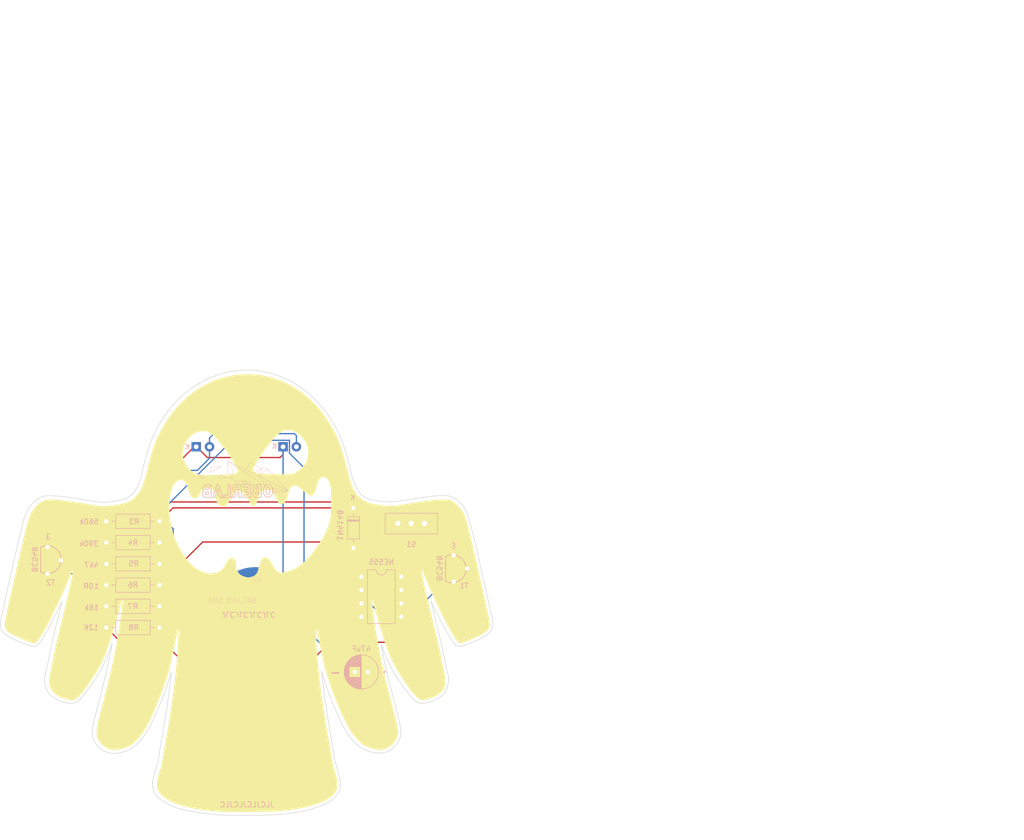
<source format=kicad_pcb>
(kicad_pcb (version 20241229) (generator "pcbnew") (generator_version "9.0")
  (layers (0 "F.Cu" signal) (2 "B.Cu" signal) (13 "F.Paste" user) (15 "B.Paste" user) (5 "F.SilkS" user "F.Silkscreen") (7 "B.SilkS" user "B.Silkscreen") (1 "F.Mask" user) (3 "B.Mask" user) (25 "Edge.Cuts" user))
  (net 0 "")
  (net 1 "Net-(D1-K)")
  (net 2 "Net-(D3-K)")
  (net 3 "Net-(D1-A)")
  (net 4 "Net-(D3-A)")
  (net 5 "Net-(Q1-C)")
  (net 6 "Net-(Q1-B)")
  (net 7 "Net-(Q2-C)")
  (net 8 "Net-(S1-E)")
  (net 9 "Net-(S1-A-Pad1)")
  (footprint "LOGO" (layer "F.Cu") (at 123.8869 88.1368)
    (property "Reference" "G***" (hide yes))
    (property "Value" "LOGO" (hide yes))
  )
  (footprint "!Goody:LED_D3.0mm" (layer "F.Cu") (at 144.13 74.25)
    (property "Reference" "D1" (hide yes))
    (property "Value" "LED" (hide yes))
  )
  (footprint "LOGO" (layer "F.Cu") (at 281.2819 84.9724)
    (property "Reference" "G***" (hide yes))
    (property "Value" "LOGO" (hide yes))
  )
  (footprint "!Goody:LED_D3.0mm" (layer "F.Cu") (at 127.58 74.252)
    (property "Reference" "D2" (hide yes))
    (property "Value" "LED" (hide yes))
  )
  (footprint "LOGO" (layer "F.Cu") (at 281.2819 84.9724)
    (property "Reference" "G***" (hide yes))
    (property "Value" "LOGO" (hide yes))
  )
  (footprint "LOGO" (layer "F.Cu") (at 123.8869 88.1368)
    (property "Reference" "G***" (hide yes))
    (property "Value" "LOGO" (hide yes))
  )
  (footprint "LOGO" (layer "F.Cu") (at 123.8869 88.1368)
    (property "Reference" "G***" (hide yes))
    (property "Value" "LOGO" (hide yes))
  )
  (footprint "LOGO" (layer "F.Cu") (at 115.80536 103.9831)
    (property "Reference" "G***" (hide yes))
    (property "Value" "LOGO" (hide yes))
  )
  (footprint "LOGO" (layer "F.Cu") (at 123.8869 88.1368)
    (property "Reference" "G***" (hide yes))
    (property "Value" "LOGO" (hide yes))
  )
  (footprint "LOGO" (layer "F.Cu") (at 115.80536 103.9831)
    (property "Reference" "G***" (hide yes))
    (property "Value" "LOGO" (hide yes))
  )
  (footprint "LOGO" (layer "F.Cu") (at 281.2819 84.9724)
    (property "Reference" "G***" (hide yes))
    (property "Value" "LOGO" (hide yes))
  )
  (footprint "LOGO" (layer "F.Cu") (at 123.8869 88.1368)
    (property "Reference" "G***" (hide yes))
    (property "Value" "LOGO" (hide yes))
  )
  (footprint "LOGO" (layer "F.Cu") (at 114.2 -9.45)
    (property "Reference" "G***" (hide yes))
    (property "Value" "LOGO" (hide yes))
  )
  (footprint "!Goody:ob-logo_B.SilkS" (layer "F.Cu") (at 141.95 97.85)
    (property "Reference" "G***" (hide yes))
    (property "Value" "LOGO" (hide yes))
  )
  (footprint "LOGO" (layer "F.Cu") (at 114.2 -9.45)
    (property "Reference" "G***" (hide yes))
    (property "Value" "LOGO" (hide yes))
  )
  (footprint "LOGO" (layer "F.Cu") (at 136.57236 103.4881)
    (property "Reference" "G***" (hide yes))
    (property "Value" "LOGO" (hide yes))
  )
  (footprint "LOGO" (layer "F.Cu") (at 114.2 -9.45)
    (property "Reference" "G***" (hide yes))
    (property "Value" "LOGO" (hide yes))
  )
  (footprint "LOGO" (layer "F.Cu") (at 114.2 -9.45)
    (property "Reference" "G***" (hide yes))
    (property "Value" "LOGO" (hide yes))
  )
  (footprint "LOGO" (layer "F.Cu") (at 114.2 -9.45)
    (property "Reference" "G***" (hide yes))
    (property "Value" "LOGO" (hide yes))
  )
  (footprint "!Goody:TO-92L_Wide" (layer "F.Cu") (at 176.65 94.9 -90)
    (property "Reference" "Q1" (hide yes))
    (property "Value" "Q_NPN_EBC" (hide yes))
  )
  (footprint "!Goody:TO-92L_Wide" (layer "F.Cu") (at 99.261764 93.346549 -90)
    (property "Reference" "Q2" (hide yes))
    (property "Value" "Q_NPN_EBC" (hide yes))
  )
  (footprint "Package_DIP:DIP-8_W7.62mm" (layer "B.Cu") (at 166.67 99.01 180)
    (property "Reference" "NE555")
    (property "Value" "NE555P" (hide yes))
  )
  (footprint "Capacitor_THT:CP_Radial_D6.3mm_P2.50mm" (layer "B.Cu") (at 160.3 117.15 180)
    (property "Reference" "47uF")
    (property "Value" "47uF")
  )
  (footprint "Resistor_THT:R_Axial_DIN0207_L6.3mm_D2.5mm_P10.16mm_Horizontal" (layer "B.Cu") (at 120.61 104.65 180)
    (property "Reference" "R7")
    (property "Value" "16K" (hide yes))
  )
  (footprint "Resistor_THT:R_Axial_DIN0207_L6.3mm_D2.5mm_P10.16mm_Horizontal" (layer "B.Cu") (at 120.61 92.5 180)
    (property "Reference" "R4" (hide yes))
    (property "Value" "390k")
  )
  (footprint "Resistor_THT:R_Axial_DIN0207_L6.3mm_D2.5mm_P10.16mm_Horizontal" (layer "B.Cu") (at 120.61 88.45 180)
    (property "Reference" "R4" (hide yes))
    (property "Value" "560k")
  )
  (footprint "Resistor_THT:R_Axial_DIN0207_L6.3mm_D2.5mm_P10.16mm_Horizontal" (layer "B.Cu") (at 120.61 96.55 180)
    (property "Reference" "R5")
    (property "Value" "4k7")
  )
  (footprint "!Goody:BAT-HLD-SMD-Blech" (layer "B.Cu") (at 138.91 106.076)
    (property "Reference" "U2")
    (property "Value" "BAT_HLD_SMD")
  )
  (footprint "!Goody:1N4147_P7.62mm_Horizontal" (layer "B.Cu") (at 157.55 85.9 -90)
    (property "Reference" "D3" (hide yes))
    (property "Value" "1N4148")
  )
  (footprint "!Goody:Micro_SchalterKHF" (layer "B.Cu") (at 165.9995 88.85)
    (property "Reference" "S1")
    (property "Value" "Micro_Schalter")
  )
  (footprint "Resistor_THT:R_Axial_DIN0207_L6.3mm_D2.5mm_P10.16mm_Horizontal" (layer "B.Cu") (at 120.61 108.7 180)
    (property "Reference" "R8")
    (property "Value" "12K")
  )
  (footprint "Resistor_THT:R_Axial_DIN0207_L6.3mm_D2.5mm_P10.16mm_Horizontal" (layer "B.Cu") (at 120.61 100.6 180)
    (property "Reference" "R6")
    (property "Value" "10R")
  )
  (gr_line (start 97.95 93.4) (end 97.95 98.114767) (stroke (width 0.15)) (layer "B.SilkS"))
  (gr_line (start 175.1 95.15) (end 175.1 99.864767) (stroke (width 0.15)) (layer "B.SilkS"))
  (gr_arc (start 175.1 95.15) (mid 179.011764 97.496549) (end 175.106097 99.853233) (stroke (width 0.15)) (layer "B.SilkS"))
  (gr_arc (start 97.95 93.4) (mid 101.861764 95.746549) (end 97.956097 98.103233) (stroke (width 0.15)) (layer "B.SilkS"))
  (gr_line (start 152.79176 68.3172) (end 152.06556 67.324) (stroke (width 0.1)) (layer "Edge.Cuts"))
  (gr_line (start 97.64786 84.0552) (end 97.26045 84.2922) (stroke (width 0.1)) (layer "Edge.Cuts"))
  (gr_line (start 164.53876 132.0681) (end 164.80696 131.8942) (stroke (width 0.1)) (layer "Edge.Cuts"))
  (gr_line (start 181.00786 93.7234) (end 180.47606 91.5258) (stroke (width 0.1)) (layer "Edge.Cuts"))
  (gr_line (start 136.60286 59.6615) (end 136.04166 59.69024) (stroke (width 0.1)) (layer "Edge.Cuts"))
  (gr_line (start 155.06716 138.9159) (end 155.08756 138.6007) (stroke (width 0.1)) (layer "Edge.Cuts"))
  (gr_line (start 111.21536 113.6541) (end 110.81396 115.559) (stroke (width 0.1)) (layer "Edge.Cuts"))
  (gr_line (start 119.75986 140.3549) (end 119.90466 140.5825) (stroke (width 0.1)) (layer "Edge.Cuts"))
  (gr_line (start 157.55986 80.826) (end 157.39706 80.3473) (stroke (width 0.1)) (layer "Edge.Cuts"))
  (gr_line (start 113.43896 84.3586) (end 112.77196 84.4998) (stroke (width 0.1)) (layer "Edge.Cuts"))
  (gr_line (start 109.24886 131.6909) (end 109.50966 131.8932) (stroke (width 0.1)) (layer "Edge.Cuts"))
  (gr_line (start 95.05781 87.1975) (end 94.89147 87.6347) (stroke (width 0.1)) (layer "Edge.Cuts"))
  (gr_line (start 113.83456 84.2585) (end 113.43896 84.3586) (stroke (width 0.1)) (layer "Edge.Cuts"))
  (gr_line (start 97.54908 111.8371) (end 97.73596 111.6576) (stroke (width 0.1)) (layer "Edge.Cuts"))
  (gr_line (start 174.93246 121.0501) (end 175.12416 120.7378) (stroke (width 0.1)) (layer "Edge.Cuts"))
  (gr_line (start 163.78946 114.3709) (end 164.11166 115.0811) (stroke (width 0.1)) (layer "Edge.Cuts"))
  (gr_line (start 165.30056 131.4664) (end 165.51496 131.2601) (stroke (width 0.1)) (layer "Edge.Cuts"))
  (gr_line (start 119.05706 126.9838) (end 119.61706 125.8129) (stroke (width 0.1)) (layer "Edge.Cuts"))
  (gr_line (start 156.28666 75.8989) (end 155.98276 74.9321) (stroke (width 0.1)) (layer "Edge.Cuts"))
  (gr_line (start 121.64966 68.2267) (end 121.19976 68.8697) (stroke (width 0.1)) (layer "Edge.Cuts"))
  (gr_line (start 96.56153 84.8713) (end 96.24964 85.2063) (stroke (width 0.1)) (layer "Edge.Cuts"))
  (gr_line (start 163.44656 115.1607) (end 163.11046 113.4254) (stroke (width 0.1)) (layer "Edge.Cuts"))
  (gr_line (start 178.21996 85.3069) (end 177.92896 84.9844) (stroke (width 0.1)) (layer "Edge.Cuts"))
  (gr_line (start 165.69516 84.6693) (end 164.49746 84.7901) (stroke (width 0.1)) (layer "Edge.Cuts"))
  (gr_line (start 160.51576 132.2892) (end 161.13016 132.4672) (stroke (width 0.1)) (layer "Edge.Cuts"))
  (gr_line (start 120.89456 141.514) (end 121.42536 141.8799) (stroke (width 0.1)) (layer "Edge.Cuts"))
  (gr_line (start 140.03276 59.87847) (end 139.18046 59.75954) (stroke (width 0.1)) (layer "Edge.Cuts"))
  (gr_line (start 164.45246 115.7829) (end 164.81146 116.4756) (stroke (width 0.1)) (layer "Edge.Cuts"))
  (gr_line (start 96.61005 112.3235) (end 96.87777 112.2423) (stroke (width 0.1)) (layer "Edge.Cuts"))
  (gr_line (start 166.57836 128.0328) (end 166.53496 127.7422) (stroke (width 0.1)) (layer "Edge.Cuts"))
  (gr_line (start 164.80696 131.8942) (end 165.06146 131.6939) (stroke (width 0.1)) (layer "Edge.Cuts"))
  (gr_line (start 100.09936 83.5863) (end 99.53226 83.5816) (stroke (width 0.1)) (layer "Edge.Cuts"))
  (gr_line (start 108.24386 130.5219) (end 108.39756 130.7651) (stroke (width 0.1)) (layer "Edge.Cuts"))
  (gr_line (start 154.15236 140.8798) (end 154.35196 140.6321) (stroke (width 0.1)) (layer "Edge.Cuts"))
  (gr_line (start 152.24716 119.5128) (end 152.67746 120.7366) (stroke (width 0.1)) (layer "Edge.Cuts"))
  (gr_line (start 169.38136 122.7624) (end 169.63156 122.9056) (stroke (width 0.1)) (layer "Edge.Cuts"))
  (gr_line (start 106.88286 120.5439) (end 107.22566 120.1296) (stroke (width 0.1)) (layer "Edge.Cuts"))
  (gr_line (start 166.30386 130.0367) (end 166.40356 129.7631) (stroke (width 0.1)) (layer "Edge.Cuts"))
  (gr_line (start 166.47026 127.4546) (end 166.38406 127.1713) (stroke (width 0.1)) (layer "Edge.Cuts"))
  (gr_line (start 124.92166 143.3546) (end 125.54126 143.5074) (stroke (width 0.1)) (layer "Edge.Cuts"))
  (gr_line (start 163.11046 113.4254) (end 162.89436 112.3314) (stroke (width 0.1)) (layer "Edge.Cuts"))
  (gr_line (start 161.16836 84.4027) (end 160.76676 84.2922) (stroke (width 0.1)) (layer "Edge.Cuts"))
  (gr_line (start 98.74336 110.0689) (end 98.99766 109.5925) (stroke (width 0.1)) (layer "Edge.Cuts"))
  (gr_line (start 99.28406 120.899) (end 99.49396 121.1923) (stroke (width 0.1)) (layer "Edge.Cuts"))
  (gr_line (start 183.58566 105.3155) (end 183.48796 104.7581) (stroke (width 0.1)) (layer "Edge.Cuts"))
  (gr_line (start 152.65436 142.0481) (end 152.93006 141.8961) (stroke (width 0.1)) (layer "Edge.Cuts"))
  (gr_line (start 111.97966 132.6683) (end 112.31016 132.6602) (stroke (width 0.1)) (layer "Edge.Cuts"))
  (gr_line (start 121.12326 122.222) (end 121.57656 121.0048) (stroke (width 0.1)) (layer "Edge.Cuts"))
  (gr_line (start 163.82856 116.8853) (end 163.44656 115.1607) (stroke (width 0.1)) (layer "Edge.Cuts"))
  (gr_line (start 119.43576 139.6139) (end 119.52506 139.8692) (stroke (width 0.1)) (layer "Edge.Cuts"))
  (gr_line (start 165.06146 131.6939) (end 165.30056 131.4664) (stroke (width 0.1)) (layer "Edge.Cuts"))
  (gr_line (start 138.32336 59.68339) (end 137.46346 59.65042) (stroke (width 0.1)) (layer "Edge.Cuts"))
  (gr_line (start 99.11186 120.5912) (end 99.28406 120.899) (stroke (width 0.1)) (layer "Edge.Cuts"))
  (gr_line (start 121.57656 121.0048) (end 122.01026 119.7805) (stroke (width 0.1)) (layer "Edge.Cuts"))
  (gr_line (start 152.48156 124.7671) (end 152.19346 122.8384) (stroke (width 0.1)) (layer "Edge.Cuts"))
  (gr_line (start 153.46476 69.3483) (end 152.79176 68.3172) (stroke (width 0.1)) (layer "Edge.Cuts"))
  (gr_line (start 148.65426 63.81362) (end 148.17366 63.43517) (stroke (width 0.1)) (layer "Edge.Cuts"))
  (gr_line (start 107.91896 129.7365) (end 108.00556 130.0064) (stroke (width 0.1)) (layer "Edge.Cuts"))
  (gr_line (start 95.96263 85.5671) (end 95.7 85.95) (stroke (width 0.1)) (layer "Edge.Cuts"))
  (gr_line (start 116.33616 81.9636) (end 116.14306 82.3065) (stroke (width 0.1)) (layer "Edge.Cuts"))
  (gr_line (start 166.04566 130.559) (end 166.18436 130.3024) (stroke (width 0.1)) (layer "Edge.Cuts"))
  (gr_line (start 122.20116 122.605) (end 121.94246 124.3306) (stroke (width 0.1)) (layer "Edge.Cuts"))
  (gr_line (start 159.14696 131.6894) (end 159.57916 131.9259) (stroke (width 0.1)) (layer "Edge.Cuts"))
  (gr_line (start 98.79746 119.5984) (end 98.87096 119.939) (stroke (width 0.1)) (layer "Edge.Cuts"))
  (gr_line (start 109.78506 132.0719) (end 110.07356 132.2273) (stroke (width 0.1)) (layer "Edge.Cuts"))
  (gr_line (start 147.74946 143.7041) (end 149.01686 143.4158) (stroke (width 0.1)) (layer "Edge.Cuts"))
  (gr_line (start 164.24406 118.6021) (end 163.82856 116.8853) (stroke (width 0.1)) (layer "Edge.Cuts"))
  (gr_line (start 114.87116 83.7363) (end 114.54996 83.9443) (stroke (width 0.1)) (layer "Edge.Cuts"))
  (gr_line (start 161.76506 132.5776) (end 162.08636 132.6055) (stroke (width 0.1)) (layer "Edge.Cuts"))
  (gr_line (start 174.06356 83.544) (end 172.85996 83.6343) (stroke (width 0.1)) (layer "Edge.Cuts"))
  (gr_line (start 119.61706 125.8129) (end 120.14626 124.628) (stroke (width 0.1)) (layer "Edge.Cuts"))
  (gr_line (start 99.01556 116.7619) (end 98.86046 117.4643) (stroke (width 0.1)) (layer "Edge.Cuts"))
  (gr_line (start 165.98966 125.4496) (end 165.56576 123.7348) (stroke (width 0.1)) (layer "Edge.Cuts"))
  (gr_line (start 120.38826 70.202) (end 120.02326 70.8888) (stroke (width 0.1)) (layer "Edge.Cuts"))
  (gr_line (start 154.64536 71.5084) (end 154.08306 70.4133) (stroke (width 0.1)) (layer "Edge.Cuts"))
  (gr_line (start 115.93076 82.6344) (end 115.69806 82.9445) (stroke (width 0.1)) (layer "Edge.Cuts"))
  (gr_line (start 107.76626 128.6057) (end 107.80576 129.1788) (stroke (width 0.1)) (layer "Edge.Cuts"))
  (gr_line (start 139.18046 59.75954) (end 138.32336 59.68339) (stroke (width 0.1)) (layer "Edge.Cuts"))
  (gr_line (start 99.74386 121.4693) (end 99.96236 121.6795) (stroke (width 0.1)) (layer "Edge.Cuts"))
  (gr_line (start 137.46346 59.65042) (end 136.60286 59.66149) (stroke (width 0.1)) (layer "Edge.Cuts"))
  (gr_line (start 174.71286 121.3432) (end 174.93246 121.0501) (stroke (width 0.1)) (layer "Edge.Cuts"))
  (gr_line (start 115.44446 83.2333) (end 115.16896 83.4983) (stroke (width 0.1)) (layer "Edge.Cuts"))
  (gr_line (start 136.60286 59.66149) (end 136.60286 59.66149) (stroke (width 0.1)) (layer "Edge.Cuts"))
  (gr_line (start 175.60246 119.3517) (end 175.64766 118.9845) (stroke (width 0.1)) (layer "Edge.Cuts"))
  (gr_line (start 118.07446 128.6998) (end 118.58756 127.8448) (stroke (width 0.1)) (layer "Edge.Cuts"))
  (gr_line (start 116.92976 80.5018) (end 116.66706 81.2448) (stroke (width 0.1)) (layer "Edge.Cuts"))
  (gr_line (start 184.07696 108.1565) (end 184.08266 107.8747) (stroke (width 0.1)) (layer "Edge.Cuts"))
  (gr_line (start 155.01516 139.2245) (end 155.06716 138.9159) (stroke (width 0.1)) (layer "Edge.Cuts"))
  (gr_line (start 110.37336 132.3592) (end 110.68266 132.4677) (stroke (width 0.1)) (layer "Edge.Cuts"))
  (gr_line (start 123.11646 142.7542) (end 123.70766 142.981) (stroke (width 0.1)) (layer "Edge.Cuts"))
  (gr_line (start 165.58416 117.8309) (end 165.99756 118.4924) (stroke (width 0.1)) (layer "Edge.Cuts"))
  (gr_line (start 152.19346 122.8384) (end 151.92726 120.9075) (stroke (width 0.1)) (layer "Edge.Cuts"))
  (gr_line (start 114.09316 132.2519) (end 114.55746 132.0678) (stroke (width 0.1)) (layer "Edge.Cuts"))
  (gr_line (start 169.88706 123.0114) (end 170.14716 123.0829) (stroke (width 0.1)) (layer "Edge.Cuts"))
  (gr_line (start 178.72756 112.1014) (end 179.01846 111.948) (stroke (width 0.1)) (layer "Edge.Cuts"))
  (gr_line (start 101.27906 106.7604) (end 100.53056 109.8578) (stroke (width 0.1)) (layer "Edge.Cuts"))
  (gr_line (start 107.22566 120.1296) (end 107.91696 119.1653) (stroke (width 0.1)) (layer "Edge.Cuts"))
  (gr_line (start 166.42866 119.1422) (end 166.87736 119.7797) (stroke (width 0.1)) (layer "Edge.Cuts"))
  (gr_line (start 101.22216 122.5125) (end 101.78516 122.7459) (stroke (width 0.1)) (layer "Edge.Cuts"))
  (gr_line (start 121.94246 124.3306) (end 121.66706 126.0533) (stroke (width 0.1)) (layer "Edge.Cuts"))
  (gr_line (start 157.98176 130.7959) (end 158.34956 131.1215) (stroke (width 0.1)) (layer "Edge.Cuts"))
  (gr_line (start 162.84226 84.6637) (end 161.99696 84.5629) (stroke (width 0.1)) (layer "Edge.Cuts"))
  (gr_line (start 118.54096 74.4846) (end 118.30166 75.2278) (stroke (width 0.1)) (layer "Edge.Cuts"))
  (gr_line (start 117.48106 78.2426) (end 117.13006 79.7587) (stroke (width 0.1)) (layer "Edge.Cuts"))
  (gr_line (start 99.96236 121.6795) (end 100.19326 121.8752) (stroke (width 0.1)) (layer "Edge.Cuts"))
  (gr_line (start 174.94106 83.499) (end 174.50656 83.496) (stroke (width 0.1)) (layer "Edge.Cuts"))
  (gr_line (start 184.08266 107.8747) (end 184.06696 107.5914) (stroke (width 0.1)) (layer "Edge.Cuts"))
  (gr_line (start 121.97376 142.2066) (end 122.53796 142.497) (stroke (width 0.1)) (layer "Edge.Cuts"))
  (gr_line (start 122.01026 119.7805) (end 122.82916 117.3176) (stroke (width 0.1)) (layer "Edge.Cuts"))
  (gr_line (start 105.73246 84.2676) (end 103.48656 83.9057) (stroke (width 0.1)) (layer "Edge.Cuts"))
  (gr_line (start 115.41606 131.5932) (end 115.81246 131.3083) (stroke (width 0.1)) (layer "Edge.Cuts"))
  (gr_line (start 165.56576 123.7348) (end 164.68056 120.314) (stroke (width 0.1)) (layer "Edge.Cuts"))
  (gr_line (start 133.28106 60.10651) (end 132.20436 60.39427) (stroke (width 0.1)) (layer "Edge.Cuts"))
  (gr_line (start 183.05446 109.9967) (end 183.31236 109.7708) (stroke (width 0.1)) (layer "Edge.Cuts"))
  (gr_line (start 172.02626 122.8778) (end 172.55676 122.6832) (stroke (width 0.1)) (layer "Edge.Cuts"))
  (gr_line (start 174.19206 121.8612) (end 174.46606 121.6145) (stroke (width 0.1)) (layer "Edge.Cuts"))
  (gr_line (start 179.01846 111.948) (end 180.30316 111.4435) (stroke (width 0.1)) (layer "Edge.Cuts"))
  (gr_line (start 183.90266 108.9882) (end 183.99056 108.7136) (stroke (width 0.1)) (layer "Edge.Cuts"))
  (gr_line (start 155.15036 72.6292) (end 154.64536 71.5084) (stroke (width 0.1)) (layer "Edge.Cuts"))
  (gr_line (start 98.21536 111.0253) (end 98.48826 110.554) (stroke (width 0.1)) (layer "Edge.Cuts"))
  (gr_line (start 126.79766 143.7589) (end 128.06646 143.9581) (stroke (width 0.1)) (layer "Edge.Cuts"))
  (gr_line (start 162.83156 111.9462) (end 162.83786 111.9336) (stroke (width 0.1)) (layer "Edge.Cuts"))
  (gr_line (start 175.12416 120.7378) (end 175.28736 120.409) (stroke (width 0.1)) (layer "Edge.Cuts"))
  (gr_line (start 109.50966 131.8932) (end 109.78506 132.0719) (stroke (width 0.1)) (layer "Edge.Cuts"))
  (gr_line (start 116.54516 130.6581) (end 116.88336 130.2986) (stroke (width 0.1)) (layer "Edge.Cuts"))
  (gr_line (start 175.64556 118.2446) (end 175.59716 117.8772) (stroke (width 0.1)) (layer "Edge.Cuts"))
  (gr_line (start 111.64996 132.653) (end 111.97966 132.6683) (stroke (width 0.1)) (layer "Edge.Cuts"))
  (gr_line (start 110.76256 113.9671) (end 111.19536 112.8618) (stroke (width 0.1)) (layer "Edge.Cuts"))
  (gr_line (start 170.14716 123.0829) (end 170.41106 123.1232) (stroke (width 0.1)) (layer "Edge.Cuts"))
  (gr_line (start 98.73206 118.897) (end 98.75196 119.2504) (stroke (width 0.1)) (layer "Edge.Cuts"))
  (gr_line (start 99.50486 114.5242) (end 99.20556 116.0881) (stroke (width 0.1)) (layer "Edge.Cuts"))
  (gr_line (start 166.58296 128.9089) (end 166.60226 128.6176) (stroke (width 0.1)) (layer "Edge.Cuts"))
  (gr_line (start 153.45606 141.5379) (end 153.70256 141.3338) (stroke (width 0.1)) (layer "Edge.Cuts"))
  (gr_line (start 160.76676 84.2922) (end 160.37736 84.1572) (stroke (width 0.1)) (layer "Edge.Cuts"))
  (gr_line (start 120.14626 124.628) (end 120.64736 123.4303) (stroke (width 0.1)) (layer "Edge.Cuts"))
  (gr_line (start 111.19536 112.8618) (end 111.57776 111.7379) (stroke (width 0.1)) (layer "Edge.Cuts"))
  (gr_line (start 143.87966 144.2447) (end 145.17416 144.106) (stroke (width 0.1)) (layer "Edge.Cuts"))
  (gr_line (start 105.13006 122.6439) (end 105.33566 122.472) (stroke (width 0.1)) (layer "Edge.Cuts"))
  (gr_line (start 175.44746 109.7517) (end 176.03516 110.7312) (stroke (width 0.1)) (layer "Edge.Cuts"))
  (gr_line (start 119.49156 137.1252) (end 119.35506 137.7246) (stroke (width 0.1)) (layer "Edge.Cuts"))
  (gr_line (start 120.30466 134.1503) (end 120.15986 134.7479) (stroke (width 0.1)) (layer "Edge.Cuts"))
  (gr_line (start 167.82736 121.0157) (end 168.32836 121.6129) (stroke (width 0.1)) (layer "Edge.Cuts"))
  (gr_line (start 155.98276 74.9321) (end 155.59656 73.7717) (stroke (width 0.1)) (layer "Edge.Cuts"))
  (gr_line (start 97.73596 111.6576) (end 97.90786 111.4606) (stroke (width 0.1)) (layer "Edge.Cuts"))
  (gr_line (start 95.2479 86.7688) (end 95.05781 87.1975) (stroke (width 0.1)) (layer "Edge.Cuts"))
  (gr_line (start 91.8675 110.4157) (end 92.42856 110.7248) (stroke (width 0.1)) (layer "Edge.Cuts"))
  (gr_line (start 98.75196 119.2504) (end 98.79746 119.5984) (stroke (width 0.1)) (layer "Edge.Cuts"))
  (gr_line (start 129.10586 61.63996) (end 128.12636 62.1743) (stroke (width 0.1)) (layer "Edge.Cuts"))
  (gr_line (start 112.31016 132.6602) (end 112.63956 132.629) (stroke (width 0.1)) (layer "Edge.Cuts"))
  (gr_line (start 170.94676 123.122) (end 171.21686 123.0866) (stroke (width 0.1)) (layer "Edge.Cuts"))
  (gr_line (start 174.88476 108.7565) (end 175.44746 109.7517) (stroke (width 0.1)) (layer "Edge.Cuts"))
  (gr_line (start 178.94786 86.383) (end 178.73076 86.0093) (stroke (width 0.1)) (layer "Edge.Cuts"))
  (gr_line (start 175.42186 120.0666) (end 175.52696 119.7133) (stroke (width 0.1)) (layer "Edge.Cuts"))
  (gr_line (start 90.25121 108.0952) (end 90.2975 108.5215) (stroke (width 0.1)) (layer "Edge.Cuts"))
  (gr_line (start 119.30656 137.9958) (end 119.27846 138.2689) (stroke (width 0.1)) (layer "Edge.Cuts"))
  (gr_line (start 169.27376 84.1323) (end 166.88946 84.5099) (stroke (width 0.1)) (layer "Edge.Cuts"))
  (gr_line (start 184.04756 108.4362) (end 184.07696 108.1565) (stroke (width 0.1)) (layer "Edge.Cuts"))
  (gr_line (start 169.63156 122.9056) (end 169.88706 123.0114) (stroke (width 0.1)) (layer "Edge.Cuts"))
  (gr_line (start 166.60076 128.3251) (end 166.57836 128.0328) (stroke (width 0.1)) (layer "Edge.Cuts"))
  (gr_line (start 180.47606 91.5258) (end 179.90926 89.3372) (stroke (width 0.1)) (layer "Edge.Cuts"))
  (gr_line (start 153.98386 133.8609) (end 153.85846 133.169) (stroke (width 0.1)) (layer "Edge.Cuts"))
  (gr_line (start 175.64766 118.9845) (end 175.66206 118.6146) (stroke (width 0.1)) (layer "Edge.Cuts"))
  (gr_line (start 136.58736 144.5011) (end 138.08896 144.4865) (stroke (width 0.1)) (layer "Edge.Cuts"))
  (gr_line (start 170.46646 83.9429) (end 169.27376 84.1323) (stroke (width 0.1)) (layer "Edge.Cuts"))
  (gr_line (start 166.18436 130.3024) (end 166.30386 130.0367) (stroke (width 0.1)) (layer "Edge.Cuts"))
  (gr_line (start 119.35506 137.7246) (end 119.30656 137.9958) (stroke (width 0.1)) (layer "Edge.Cuts"))
  (gr_line (start 97.12211 112.1322) (end 97.34517 111.9962) (stroke (width 0.1)) (layer "Edge.Cuts"))
  (gr_line (start 96.87777 112.2423) (end 97.12211 112.1322) (stroke (width 0.1)) (layer "Edge.Cuts"))
  (gr_line (start 120.02326 70.8888) (end 119.68326 71.588) (stroke (width 0.1)) (layer "Edge.Cuts"))
  (gr_line (start 90.83675 109.6582) (end 91.13264 109.9634) (stroke (width 0.1)) (layer "Edge.Cuts"))
  (gr_line (start 155.02596 137.9537) (end 154.89776 137.2612) (stroke (width 0.1)) (layer "Edge.Cuts"))
  (gr_line (start 177.61626 84.6852) (end 177.28336 84.4124) (stroke (width 0.1)) (layer "Edge.Cuts"))
  (gr_line (start 96.89842 84.5654) (end 96.56153 84.8713) (stroke (width 0.1)) (layer "Edge.Cuts"))
  (gr_line (start 98.48826 110.554) (end 98.74336 110.0689) (stroke (width 0.1)) (layer "Edge.Cuts"))
  (gr_line (start 118.79706 73.7477) (end 118.54096 74.4846) (stroke (width 0.1)) (layer "Edge.Cuts"))
  (gr_line (start 117.86736 76.7292) (end 117.48106 78.2426) (stroke (width 0.1)) (layer "Edge.Cuts"))
  (gr_line (start 144.49766 61.23763) (end 143.92996 60.99428) (stroke (width 0.1)) (layer "Edge.Cuts"))
  (gr_line (start 155.17586 126.7197) (end 155.63756 127.5836) (stroke (width 0.1)) (layer "Edge.Cuts"))
  (gr_line (start 107.96996 84.6175) (end 106.85216 84.4512) (stroke (width 0.1)) (layer "Edge.Cuts"))
  (gr_line (start 146.66376 62.39251) (end 146.13826 62.07763) (stroke (width 0.1)) (layer "Edge.Cuts"))
  (gr_line (start 122.53796 142.497) (end 123.11646 142.7542) (stroke (width 0.1)) (layer "Edge.Cuts"))
  (gr_line (start 153.11096 128.6189) (end 152.48156 124.7671) (stroke (width 0.1)) (layer "Edge.Cuts"))
  (gr_line (start 173.69076 109.2269) (end 173.03336 106.6012) (stroke (width 0.1)) (layer "Edge.Cuts"))
  (gr_line (start 143.92996 60.99428) (end 143.35206 60.77023) (stroke (width 0.1)) (layer "Edge.Cuts"))
  (gr_line (start 175.28736 120.409) (end 175.42186 120.0666) (stroke (width 0.1)) (layer "Edge.Cuts"))
  (gr_line (start 90.41398 108.9294) (end 90.59546 109.311) (stroke (width 0.1)) (layer "Edge.Cuts"))
  (gr_line (start 170.67796 123.1352) (end 170.94676 123.122) (stroke (width 0.1)) (layer "Edge.Cuts"))
  (gr_line (start 177.92896 84.9844) (end 177.61626 84.6852) (stroke (width 0.1)) (layer "Edge.Cuts"))
  (gr_line (start 104.16416 123.133) (end 104.43056 123.0454) (stroke (width 0.1)) (layer "Edge.Cuts"))
  (gr_line (start 108.57026 118.1741) (end 109.18356 117.1572) (stroke (width 0.1)) (layer "Edge.Cuts"))
  (gr_line (start 152.07026 142.3376) (end 152.65436 142.0481) (stroke (width 0.1)) (layer "Edge.Cuts"))
  (gr_line (start 149.64236 143.2441) (end 150.26126 143.052) (stroke (width 0.1)) (layer "Edge.Cuts"))
  (gr_line (start 131.14776 60.74746) (end 130.11406 61.16348) (stroke (width 0.1)) (layer "Edge.Cuts"))
  (gr_line (start 162.83786 111.9336) (end 162.85616 111.9667) (stroke (width 0.1)) (layer "Edge.Cuts"))
  (gr_line (start 98.86046 117.4643) (end 98.75956 118.1808) (stroke (width 0.1)) (layer "Edge.Cuts"))
  (gr_line (start 110.28166 115.0523) (end 110.76256 113.9671) (stroke (width 0.1)) (layer "Edge.Cuts"))
  (gr_line (start 182.49256 100.3454) (end 181.51476 95.9277) (stroke (width 0.1)) (layer "Edge.Cuts"))
  (gr_line (start 173.31046 105.705) (end 174.34346 107.7484) (stroke (width 0.1)) (layer "Edge.Cuts"))
  (gr_line (start 182.20506 110.5766) (end 182.78296 110.2054) (stroke (width 0.1)) (layer "Edge.Cuts"))
  (gr_line (start 96.24964 85.2063) (end 95.96263 85.5671) (stroke (width 0.1)) (layer "Edge.Cuts"))
  (gr_line (start 124.54806 64.8394) (end 123.75276 65.6248) (stroke (width 0.1)) (layer "Edge.Cuts"))
  (gr_line (start 163.96726 132.3401) (end 164.25826 132.2166) (stroke (width 0.1)) (layer "Edge.Cuts"))
  (gr_line (start 94.77727 111.7847) (end 95.38376 111.993) (stroke (width 0.1)) (layer "Edge.Cuts"))
  (gr_line (start 178.48766 85.6495) (end 178.21996 85.3069) (stroke (width 0.1)) (layer "Edge.Cuts"))
  (gr_line (start 98.73546 118.5398) (end 98.73206 118.897) (stroke (width 0.1)) (layer "Edge.Cuts"))
  (gr_line (start 164.81146 116.4756) (end 165.18876 117.1583) (stroke (width 0.1)) (layer "Edge.Cuts"))
  (gr_line (start 108.57556 130.9968) (end 108.77886 131.2158) (stroke (width 0.1)) (layer "Edge.Cuts"))
  (gr_line (start 157.25086 79.8621) (end 156.99516 78.8773) (stroke (width 0.1)) (layer "Edge.Cuts"))
  (gr_line (start 140.87796 60.03958) (end 140.03276 59.87847) (stroke (width 0.1)) (layer "Edge.Cuts"))
  (gr_line (start 92.42856 110.7248) (end 93.00144 111.0186) (stroke (width 0.1)) (layer "Edge.Cuts"))
  (gr_line (start 139.59016 144.4547) (end 142.59006 144.3589) (stroke (width 0.1)) (layer "Edge.Cuts"))
  (gr_line (start 156.53926 76.8855) (end 156.28666 75.8989) (stroke (width 0.1)) (layer "Edge.Cuts"))
  (gr_line (start 116.88336 130.2986) (end 117.20436 129.9202) (stroke (width 0.1)) (layer "Edge.Cuts"))
  (gr_line (start 118.30166 75.2278) (end 117.86736 76.7292) (stroke (width 0.1)) (layer "Edge.Cuts"))
  (gr_line (start 115.69806 82.9445) (end 115.44446 83.2333) (stroke (width 0.1)) (layer "Edge.Cuts"))
  (gr_line (start 151.84526 118.2799) (end 152.24716 119.5128) (stroke (width 0.1)) (layer "Edge.Cuts"))
  (gr_line (start 91.13264 109.9634) (end 91.47796 110.2186) (stroke (width 0.1)) (layer "Edge.Cuts"))
  (gr_line (start 145.05496 61.49963) (end 144.49766 61.23763) (stroke (width 0.1)) (layer "Edge.Cuts"))
  (gr_line (start 120.15986 134.7479) (end 119.99566 135.3426) (stroke (width 0.1)) (layer "Edge.Cuts"))
  (gr_line (start 105.33566 122.472) (end 105.52996 122.2851) (stroke (width 0.1)) (layer "Edge.Cuts"))
  (gr_line (start 154.82456 139.8175) (end 154.93366 139.5253) (stroke (width 0.1)) (layer "Edge.Cuts"))
  (gr_line (start 99.26786 109.1478) (end 100.68946 106.4246) (stroke (width 0.1)) (layer "Edge.Cuts"))
  (gr_line (start 182.78296 110.2054) (end 183.05446 109.9967) (stroke (width 0.1)) (layer "Edge.Cuts"))
  (gr_line (start 119.31416 139.0855) (end 119.36536 139.3523) (stroke (width 0.1)) (layer "Edge.Cuts"))
  (gr_line (start 151.92726 120.9075) (end 151.68626 118.9741) (stroke (width 0.1)) (layer "Edge.Cuts"))
  (gr_line (start 181.51476 95.9277) (end 181.00786 93.7234) (stroke (width 0.1)) (layer "Edge.Cuts"))
  (gr_line (start 95.7 85.95) (end 95.46188 86.3518) (stroke (width 0.1)) (layer "Edge.Cuts"))
  (gr_line (start 120.44646 141.1883) (end 120.66206 141.36) (stroke (width 0.1)) (layer "Edge.Cuts"))
  (gr_line (start 120.66206 141.36) (end 120.89456 141.514) (stroke (width 0.1)) (layer "Edge.Cuts"))
  (gr_line (start 126.26346 63.40643) (end 125.38596 64.09901) (stroke (width 0.1)) (layer "Edge.Cuts"))
  (gr_line (start 159.30796 83.5725) (end 158.99296 83.3068) (stroke (width 0.1)) (layer "Edge.Cuts"))
  (gr_line (start 161.57926 84.4919) (end 161.16836 84.4027) (stroke (width 0.1)) (layer "Edge.Cuts"))
  (gr_line (start 97.90786 111.4606) (end 98.21536 111.0253) (stroke (width 0.1)) (layer "Edge.Cuts"))
  (gr_line (start 170.41106 123.1232) (end 170.67796 123.1352) (stroke (width 0.1)) (layer "Edge.Cuts"))
  (gr_line (start 163.04616 132.5701) (end 163.35966 132.5161) (stroke (width 0.1)) (layer "Edge.Cuts"))
  (gr_line (start 109.35056 84.7889) (end 108.65956 84.7287) (stroke (width 0.1)) (layer "Edge.Cuts"))
  (gr_line (start 172.31916 103.6444) (end 173.31046 105.705) (stroke (width 0.1)) (layer "Edge.Cuts"))
  (gr_line (start 112.63956 132.629) (end 112.96626 132.5746) (stroke (width 0.1)) (layer "Edge.Cuts"))
  (gr_line (start 151.47356 117.0377) (end 151.84526 118.2799) (stroke (width 0.1)) (layer "Edge.Cuts"))
  (gr_line (start 98.06086 83.8576) (end 97.64786 84.0552) (stroke (width 0.1)) (layer "Edge.Cuts"))
  (gr_line (start 157.63346 130.4466) (end 157.98176 130.7959) (stroke (width 0.1)) (layer "Edge.Cuts"))
  (gr_line (start 107.80576 129.1788) (end 107.85266 129.4602) (stroke (width 0.1)) (layer "Edge.Cuts"))
  (gr_line (start 183.31236 109.7708) (end 183.55496 109.5256) (stroke (width 0.1)) (layer "Edge.Cuts"))
  (gr_line (start 162.85616 111.9667) (end 162.93506 112.1951) (stroke (width 0.1)) (layer "Edge.Cuts"))
  (gr_line (start 119.99566 135.3426) (end 119.65086 136.5296) (stroke (width 0.1)) (layer "Edge.Cuts"))
  (gr_line (start 165.88766 130.805) (end 166.04566 130.559) (stroke (width 0.1)) (layer "Edge.Cuts"))
  (gr_line (start 167.34376 120.4045) (end 167.82736 121.0157) (stroke (width 0.1)) (layer "Edge.Cuts"))
  (gr_line (start 161.13016 132.4672) (end 161.76506 132.5776) (stroke (width 0.1)) (layer "Edge.Cuts"))
  (gr_line (start 122.77556 118.0686) (end 122.64786 119.1387) (stroke (width 0.1)) (layer "Edge.Cuts"))
  (gr_line (start 99.49396 121.1923) (end 99.74386 121.4693) (stroke (width 0.1)) (layer "Edge.Cuts"))
  (gr_line (start 130.11406 61.16348) (end 129.10586 61.63996) (stroke (width 0.1)) (layer "Edge.Cuts"))
  (gr_line (start 107.91696 119.1653) (end 108.57026 118.1741) (stroke (width 0.1)) (layer "Edge.Cuts"))
  (gr_line (start 91.66753 110.3249) (end 91.8675 110.4157) (stroke (width 0.1)) (layer "Edge.Cuts"))
  (gr_line (start 175.77776 83.645) (end 175.36526 83.5496) (stroke (width 0.1)) (layer "Edge.Cuts"))
  (gr_line (start 115.16896 83.4983) (end 114.87116 83.7363) (stroke (width 0.1)) (layer "Edge.Cuts"))
  (gr_line (start 174.50656 83.496) (end 174.06356 83.544) (stroke (width 0.1)) (layer "Edge.Cuts"))
  (gr_line (start 176.93166 84.1688) (end 176.56246 83.9577) (stroke (width 0.1)) (layer "Edge.Cuts"))
  (gr_line (start 175.52696 119.7133) (end 175.60246 119.3517) (stroke (width 0.1)) (layer "Edge.Cuts"))
  (gr_line (start 158.44236 82.6503) (end 158.18046 82.2104) (stroke (width 0.1)) (layer "Edge.Cuts"))
  (gr_line (start 132.08626 144.3935) (end 133.58556 144.4594) (stroke (width 0.1)) (layer "Edge.Cuts"))
  (gr_line (start 171.21686 123.0866) (end 171.48746 123.0322) (stroke (width 0.1)) (layer "Edge.Cuts"))
  (gr_line (start 176.65156 111.6921) (end 176.89386 111.9275) (stroke (width 0.1)) (layer "Edge.Cuts"))
  (gr_line (start 154.33986 135.2224) (end 154.14956 134.5441) (stroke (width 0.1)) (layer "Edge.Cuts"))
  (gr_line (start 153.61386 123.1567) (end 154.11556 124.3532) (stroke (width 0.1)) (layer "Edge.Cuts"))
  (gr_line (start 111.32266 132.6146) (end 111.64996 132.653) (stroke (width 0.1)) (layer "Edge.Cuts"))
  (gr_line (start 98.99766 109.5925) (end 99.26786 109.1478) (stroke (width 0.1)) (layer "Edge.Cuts"))
  (gr_line (start 155.59656 73.7717) (end 155.15036 72.6292) (stroke (width 0.1)) (layer "Edge.Cuts"))
  (gr_line (start 110.99966 132.5528) (end 111.32266 132.6146) (stroke (width 0.1)) (layer "Edge.Cuts"))
  (gr_line (start 174.34346 107.7484) (end 174.88476 108.7565) (stroke (width 0.1)) (layer "Edge.Cuts"))
  (gr_line (start 178.09946 112.2622) (end 178.41836 112.207) (stroke (width 0.1)) (layer "Edge.Cuts"))
  (gr_line (start 95.46188 86.3518) (end 95.2479 86.7688) (stroke (width 0.1)) (layer "Edge.Cuts"))
  (gr_line (start 183.98596 107.0218) (end 183.86106 106.4505) (stroke (width 0.1)) (layer "Edge.Cuts"))
  (gr_line (start 151.28726 66.3731) (end 150.45836 65.4684) (stroke (width 0.1)) (layer "Edge.Cuts"))
  (gr_line (start 112.77196 84.4998) (end 112.09726 84.6199) (stroke (width 0.1)) (layer "Edge.Cuts"))
  (gr_line (start 163.35966 132.5161) (end 163.66726 132.4398) (stroke (width 0.1)) (layer "Edge.Cuts"))
  (gr_line (start 175.40396 117.1613) (end 174.86066 114.5098) (stroke (width 0.1)) (layer "Edge.Cuts"))
  (gr_line (start 147.17816 62.72418) (end 146.66376 62.39251) (stroke (width 0.1)) (layer "Edge.Cuts"))
  (gr_line (start 119.28246 138.8151) (end 119.31416 139.0855) (stroke (width 0.1)) (layer "Edge.Cuts"))
  (gr_line (start 111.57776 111.7379) (end 111.21536 113.6541) (stroke (width 0.1)) (layer "Edge.Cuts"))
  (gr_line (start 175.66206 118.6146) (end 175.64556 118.2446) (stroke (width 0.1)) (layer "Edge.Cuts"))
  (gr_line (start 98.87096 119.939) (end 98.97506 120.2706) (stroke (width 0.1)) (layer "Edge.Cuts"))
  (gr_line (start 115.81246 131.3083) (end 116.18846 130.9957) (stroke (width 0.1)) (layer "Edge.Cuts"))
  (gr_line (start 168.32836 121.6129) (end 168.84636 122.1954) (stroke (width 0.1)) (layer "Edge.Cuts"))
  (gr_line (start 149.01686 143.4158) (end 149.64236 143.2441) (stroke (width 0.1)) (layer "Edge.Cuts"))
  (gr_line (start 121.19976 68.8697) (end 120.77986 69.5285) (stroke (width 0.1)) (layer "Edge.Cuts"))
  (gr_line (start 166.87736 119.7797) (end 167.34376 120.4045) (stroke (width 0.1)) (layer "Edge.Cuts"))
  (gr_line (start 97.26045 84.2922) (end 96.89842 84.5654) (stroke (width 0.1)) (layer "Edge.Cuts"))
  (gr_line (start 164.11166 115.0811) (end 164.45246 115.7829) (stroke (width 0.1)) (layer "Edge.Cuts"))
  (gr_line (start 149.58026 64.6138) (end 148.65426 63.81362) (stroke (width 0.1)) (layer "Edge.Cuts"))
  (gr_line (start 136.60286 59.66149) (end 136.60286 59.6615) (stroke (width 0.1)) (layer "Edge.Cuts"))
  (gr_line (start 114.54996 83.9443) (end 114.20466 84.1194) (stroke (width 0.1)) (layer "Edge.Cuts"))
  (gr_line (start 99.82826 112.965) (end 99.50486 114.5242) (stroke (width 0.1)) (layer "Edge.Cuts"))
  (gr_line (start 183.55496 109.5256) (end 183.78076 109.2598) (stroke (width 0.1)) (layer "Edge.Cuts"))
  (gr_line (start 119.36536 139.3523) (end 119.43576 139.6139) (stroke (width 0.1)) (layer "Edge.Cuts"))
  (gr_line (start 104.67936 122.9329) (end 104.91186 122.7983) (stroke (width 0.1)) (layer "Edge.Cuts"))
  (gr_line (start 156.98966 129.6885) (end 157.30306 130.0765) (stroke (width 0.1)) (layer "Edge.Cuts"))
  (gr_line (start 158.99296 83.3068) (end 158.70356 83.0005) (stroke (width 0.1)) (layer "Edge.Cuts"))
  (gr_line (start 154.72986 136.5774) (end 154.33986 135.2224) (stroke (width 0.1)) (layer "Edge.Cuts"))
  (gr_line (start 120.77986 69.5285) (end 120.38826 70.202) (stroke (width 0.1)) (layer "Edge.Cuts"))
  (gr_line (start 163.20106 112.9272) (end 163.48576 113.6527) (stroke (width 0.1)) (layer "Edge.Cuts"))
  (gr_line (start 94.74878 88.0765) (end 94.62922 88.5198) (stroke (width 0.1)) (layer "Edge.Cuts"))
  (gr_line (start 171.66136 83.7722) (end 170.46646 83.9429) (stroke (width 0.1)) (layer "Edge.Cuts"))
  (gr_line (start 119.27056 138.5425) (end 119.28246 138.8151) (stroke (width 0.1)) (layer "Edge.Cuts"))
  (gr_line (start 158.34956 131.1215) (end 158.73756 131.4203) (stroke (width 0.1)) (layer "Edge.Cuts"))
  (gr_line (start 128.12636 62.1743) (end 127.17786 62.76399) (stroke (width 0.1)) (layer "Edge.Cuts"))
  (gr_line (start 156.13996 128.4467) (end 156.69206 129.2856) (stroke (width 0.1)) (layer "Edge.Cuts"))
  (gr_line (start 162.40796 132.6141) (end 162.72846 132.6025) (stroke (width 0.1)) (layer "Edge.Cuts"))
  (gr_line (start 103.48656 83.9057) (end 102.36016 83.7555) (stroke (width 0.1)) (layer "Edge.Cuts"))
  (gr_line (start 108.11356 130.2686) (end 108.24386 130.5219) (stroke (width 0.1)) (layer "Edge.Cuts"))
  (gr_line (start 155.07446 138.2797) (end 155.02596 137.9537) (stroke (width 0.1)) (layer "Edge.Cuts"))
  (gr_line (start 162.93506 112.1951) (end 163.20106 112.9272) (stroke (width 0.1)) (layer "Edge.Cuts"))
  (gr_line (start 108.77886 131.2158) (end 109.00476 131.4651) (stroke (width 0.1)) (layer "Edge.Cuts"))
  (gr_line (start 94.17725 111.5512) (end 94.77727 111.7847) (stroke (width 0.1)) (layer "Edge.Cuts"))
  (gr_line (start 174.29476 111.8641) (end 173.69076 109.2269) (stroke (width 0.1)) (layer "Edge.Cuts"))
  (gr_line (start 108.00556 130.0064) (end 108.11356 130.2686) (stroke (width 0.1)) (layer "Edge.Cuts"))
  (gr_line (start 154.89776 137.2612) (end 154.72986 136.5774) (stroke (width 0.1)) (layer "Edge.Cuts"))
  (gr_line (start 98.97506 120.2706) (end 99.11186 120.5912) (stroke (width 0.1)) (layer "Edge.Cuts"))
  (gr_line (start 171.48746 123.0322) (end 172.02626 122.8778) (stroke (width 0.1)) (layer "Edge.Cuts"))
  (gr_line (start 154.35196 140.6321) (end 154.53176 140.3719) (stroke (width 0.1)) (layer "Edge.Cuts"))
  (gr_line (start 183.71886 105.8807) (end 183.58566 105.3155) (stroke (width 0.1)) (layer "Edge.Cuts"))
  (gr_line (start 156.99516 78.8773) (end 156.53926 76.8855) (stroke (width 0.1)) (layer "Edge.Cuts"))
  (gr_line (start 178.41836 112.207) (end 178.72756 112.1014) (stroke (width 0.1)) (layer "Edge.Cuts"))
  (gr_line (start 166.53496 127.7422) (end 166.47026 127.4546) (stroke (width 0.1)) (layer "Edge.Cuts"))
  (gr_line (start 142.59006 144.3589) (end 143.87966 144.2447) (stroke (width 0.1)) (layer "Edge.Cuts"))
  (gr_line (start 110.04126 84.8032) (end 109.35056 84.7889) (stroke (width 0.1)) (layer "Edge.Cuts"))
  (gr_line (start 102.96586 123.0468) (end 103.56706 123.1162) (stroke (width 0.1)) (layer "Edge.Cuts"))
  (gr_line (start 90.2975 108.5215) (end 90.41398 108.9294) (stroke (width 0.1)) (layer "Edge.Cuts"))
  (gr_line (start 165.99756 118.4924) (end 166.42866 119.1422) (stroke (width 0.1)) (layer "Edge.Cuts"))
  (gr_line (start 177.46616 112.2112) (end 177.77936 112.2645) (stroke (width 0.1)) (layer "Edge.Cuts"))
  (gr_line (start 120.49366 132.9392) (end 120.41946 133.5479) (stroke (width 0.1)) (layer "Edge.Cuts"))
  (gr_line (start 116.14306 82.3065) (end 115.93076 82.6344) (stroke (width 0.1)) (layer "Edge.Cuts"))
  (gr_line (start 109.18356 117.1572) (end 109.75476 116.1161) (stroke (width 0.1)) (layer "Edge.Cuts"))
  (gr_line (start 127.17786 62.76399) (end 126.26346 63.40643) (stroke (width 0.1)) (layer "Edge.Cuts"))
  (gr_line (start 110.68266 132.4677) (end 110.99966 132.5528) (stroke (width 0.1)) (layer "Edge.Cuts"))
  (gr_line (start 157.94826 81.7588) (end 157.74256 81.297) (stroke (width 0.1)) (layer "Edge.Cuts"))
  (gr_line (start 132.20436 60.39427) (end 131.14776 60.74746) (stroke (width 0.1)) (layer "Edge.Cuts"))
  (gr_line (start 125.54126 143.5074) (end 126.79766 143.7589) (stroke (width 0.1)) (layer "Edge.Cuts"))
  (gr_line (start 165.51496 131.2601) (end 165.71066 131.0392) (stroke (width 0.1)) (layer "Edge.Cuts"))
  (gr_line (start 128.06646 143.9581) (end 130.58906 144.2914) (stroke (width 0.1)) (layer "Edge.Cuts"))
  (gr_line (start 175.59716 117.8772) (end 175.51676 117.5152) (stroke (width 0.1)) (layer "Edge.Cuts"))
  (gr_line (start 94.53293 88.961) (end 93.39634 93.6184) (stroke (width 0.1)) (layer "Edge.Cuts"))
  (gr_line (start 104.43056 123.0454) (end 104.67936 122.9329) (stroke (width 0.1)) (layer "Edge.Cuts"))
  (gr_line (start 100.19326 121.8752) (end 100.68886 122.2227) (stroke (width 0.1)) (layer "Edge.Cuts"))
  (gr_line (start 99.20556 116.0881) (end 99.01556 116.7619) (stroke (width 0.1)) (layer "Edge.Cuts"))
  (gr_line (start 183.78076 109.2598) (end 183.90266 108.9882) (stroke (width 0.1)) (layer "Edge.Cuts"))
  (gr_line (start 101.78516 122.7459) (end 102.36916 122.9237) (stroke (width 0.1)) (layer "Edge.Cuts"))
  (gr_line (start 166.60226 128.6176) (end 166.60076 128.3251) (stroke (width 0.1)) (layer "Edge.Cuts"))
  (gr_line (start 150.26126 143.052) (end 150.87286 142.8379) (stroke (width 0.1)) (layer "Edge.Cuts"))
  (gr_line (start 176.56246 83.9577) (end 176.17736 83.782) (stroke (width 0.1)) (layer "Edge.Cuts"))
  (gr_line (start 114.55746 132.0678) (end 114.99796 131.8474) (stroke (width 0.1)) (layer "Edge.Cuts"))
  (gr_line (start 175.51676 117.5152) (end 175.40396 117.1613) (stroke (width 0.1)) (layer "Edge.Cuts"))
  (gr_line (start 122.82916 117.3176) (end 122.82746 117.565) (stroke (width 0.1)) (layer "Edge.Cuts"))
  (gr_line (start 122.64786 119.1387) (end 122.43776 120.8747) (stroke (width 0.1)) (layer "Edge.Cuts"))
  (gr_line (start 108.96956 123.1169) (end 108.01086 126.8953) (stroke (width 0.1)) (layer "Edge.Cuts"))
  (gr_line (start 102.36916 122.9237) (end 102.96586 123.0468) (stroke (width 0.1)) (layer "Edge.Cuts"))
  (gr_line (start 110.81396 115.559) (end 110.38096 117.4551) (stroke (width 0.1)) (layer "Edge.Cuts"))
  (gr_line (start 120.41946 133.5479) (end 120.30466 134.1503) (stroke (width 0.1)) (layer "Edge.Cuts"))
  (gr_line (start 158.18046 82.2104) (end 157.94826 81.7588) (stroke (width 0.1)) (layer "Edge.Cuts"))
  (gr_line (start 102.36016 83.7555) (end 101.23106 83.6442) (stroke (width 0.1)) (layer "Edge.Cuts"))
  (gr_line (start 157.39706 80.3473) (end 157.25086 79.8621) (stroke (width 0.1)) (layer "Edge.Cuts"))
  (gr_line (start 175.36526 83.5496) (end 174.94106 83.499) (stroke (width 0.1)) (layer "Edge.Cuts"))
  (gr_line (start 101.23106 83.6442) (end 100.09936 83.5863) (stroke (width 0.1)) (layer "Edge.Cuts"))
  (gr_line (start 173.56536 122.27) (end 173.89166 122.0807) (stroke (width 0.1)) (layer "Edge.Cuts"))
  (gr_line (start 161.99696 84.5629) (end 161.57926 84.4919) (stroke (width 0.1)) (layer "Edge.Cuts"))
  (gr_line (start 154.68996 140.0999) (end 154.82456 139.8175) (stroke (width 0.1)) (layer "Edge.Cuts"))
  (gr_line (start 117.50926 129.5257) (end 118.07446 128.6998) (stroke (width 0.1)) (layer "Edge.Cuts"))
  (gr_line (start 154.14956 134.5441) (end 153.98386 133.8609) (stroke (width 0.1)) (layer "Edge.Cuts"))
  (gr_line (start 152.93006 141.8961) (end 153.19796 141.7258) (stroke (width 0.1)) (layer "Edge.Cuts"))
  (gr_line (start 119.27846 138.2689) (end 119.27056 138.5425) (stroke (width 0.1)) (layer "Edge.Cuts"))
  (gr_line (start 109.92426 119.345) (end 108.96956 123.1169) (stroke (width 0.1)) (layer "Edge.Cuts"))
  (gr_line (start 113.60436 132.3965) (end 114.09316 132.2519) (stroke (width 0.1)) (layer "Edge.Cuts"))
  (gr_line (start 102.04066 103.666) (end 101.27906 106.7604) (stroke (width 0.1)) (layer "Edge.Cuts"))
  (gr_line (start 179.90926 89.3372) (end 179.29796 87.1603) (stroke (width 0.1)) (layer "Edge.Cuts"))
  (gr_line (start 138.08896 144.4865) (end 139.59016 144.4547) (stroke (width 0.1)) (layer "Edge.Cuts"))
  (gr_line (start 114.99796 131.8474) (end 115.41606 131.5932) (stroke (width 0.1)) (layer "Edge.Cuts"))
  (gr_line (start 148.17366 63.43517) (end 147.68146 63.0719) (stroke (width 0.1)) (layer "Edge.Cuts"))
  (gr_line (start 119.68326 71.588) (end 119.36666 72.2984) (stroke (width 0.1)) (layer "Edge.Cuts"))
  (gr_line (start 114.20466 84.1194) (end 113.83456 84.2585) (stroke (width 0.1)) (layer "Edge.Cuts"))
  (gr_line (start 157.74256 81.297) (end 157.55986 80.826) (stroke (width 0.1)) (layer "Edge.Cuts"))
  (gr_line (start 155.08756 138.6007) (end 155.07446 138.2797) (stroke (width 0.1)) (layer "Edge.Cuts"))
  (gr_line (start 123.00266 66.4529) (end 122.30066 67.3211) (stroke (width 0.1)) (layer "Edge.Cuts"))
  (gr_line (start 119.90466 140.5825) (end 120.06746 140.7983) (stroke (width 0.1)) (layer "Edge.Cuts"))
  (gr_line (start 173.03336 106.6012) (end 172.31916 103.6444) (stroke (width 0.1)) (layer "Edge.Cuts"))
  (gr_line (start 93.00144 111.0186) (end 93.58482 111.2951) (stroke (width 0.1)) (layer "Edge.Cuts"))
  (gr_line (start 121.66706 126.0533) (end 121.08496 129.4946) (stroke (width 0.1)) (layer "Edge.Cuts"))
  (gr_line (start 100.53056 109.8578) (end 99.82826 112.965) (stroke (width 0.1)) (layer "Edge.Cuts"))
  (gr_line (start 109.75476 116.1161) (end 110.28166 115.0523) (stroke (width 0.1)) (layer "Edge.Cuts"))
  (gr_line (start 176.17736 83.782) (end 175.77776 83.645) (stroke (width 0.1)) (layer "Edge.Cuts"))
  (gr_line (start 116.18846 130.9957) (end 116.54516 130.6581) (stroke (width 0.1)) (layer "Edge.Cuts"))
  (gr_line (start 116.66706 81.2448) (end 116.51056 81.6087) (stroke (width 0.1)) (layer "Edge.Cuts"))
  (gr_line (start 118.58756 127.8448) (end 119.05706 126.9838) (stroke (width 0.1)) (layer "Edge.Cuts"))
  (gr_line (start 160.00266 83.9944) (end 159.64516 83.8005) (stroke (width 0.1)) (layer "Edge.Cuts"))
  (gr_line (start 95.9951 112.1735) (end 96.61005 112.3235) (stroke (width 0.1)) (layer "Edge.Cuts"))
  (gr_line (start 184.06696 107.5914) (end 183.98596 107.0218) (stroke (width 0.1)) (layer "Edge.Cuts"))
  (gr_line (start 107.87676 127.4538) (end 107.79256 128.0273) (stroke (width 0.1)) (layer "Edge.Cuts"))
  (gr_line (start 159.57916 131.9259) (end 160.03506 132.1269) (stroke (width 0.1)) (layer "Edge.Cuts"))
  (gr_line (start 103.56706 123.1162) (end 104.16416 123.133) (stroke (width 0.1)) (layer "Edge.Cuts"))
  (gr_line (start 124.30996 143.1802) (end 124.92166 143.3546) (stroke (width 0.1)) (layer "Edge.Cuts"))
  (gr_line (start 153.70256 141.3338) (end 153.93526 141.1141) (stroke (width 0.1)) (layer "Edge.Cuts"))
  (gr_line (start 91.27819 102.9704) (end 90.28029 107.6582) (stroke (width 0.1)) (layer "Edge.Cuts"))
  (gr_line (start 180.30316 111.4435) (end 180.95276 111.1825) (stroke (width 0.1)) (layer "Edge.Cuts"))
  (gr_line (start 107.79256 128.0273) (end 107.76626 128.6057) (stroke (width 0.1)) (layer "Edge.Cuts"))
  (gr_line (start 152.67746 120.7366) (end 153.13376 121.9512) (stroke (width 0.1)) (layer "Edge.Cuts"))
  (gr_line (start 110.38096 117.4551) (end 109.92426 119.345) (stroke (width 0.1)) (layer "Edge.Cuts"))
  (gr_line (start 120.24826 141.0007) (end 120.44646 141.1883) (stroke (width 0.1)) (layer "Edge.Cuts"))
  (gr_line (start 108.01086 126.8953) (end 107.87676 127.4538) (stroke (width 0.1)) (layer "Edge.Cuts"))
  (gr_line (start 113.28836 132.4971) (end 113.60436 132.3965) (stroke (width 0.1)) (layer "Edge.Cuts"))
  (gr_line (start 109.00476 131.4651) (end 109.24886 131.6909) (stroke (width 0.1)) (layer "Edge.Cuts"))
  (gr_line (start 154.08306 70.4133) (end 153.46476 69.3483) (stroke (width 0.1)) (layer "Edge.Cuts"))
  (gr_line (start 133.58556 144.4594) (end 135.08596 144.4935) (stroke (width 0.1)) (layer "Edge.Cuts"))
  (gr_line (start 106.22926 121.4367) (end 106.55506 120.9861) (stroke (width 0.1)) (layer "Edge.Cuts"))
  (gr_line (start 111.41616 84.7137) (end 110.73036 84.7765) (stroke (width 0.1)) (layer "Edge.Cuts"))
  (gr_line (start 153.93526 141.1141) (end 154.15236 140.8798) (stroke (width 0.1)) (layer "Edge.Cuts"))
  (gr_line (start 108.39756 130.7651) (end 108.57556 130.9968) (stroke (width 0.1)) (layer "Edge.Cuts"))
  (gr_line (start 172.85996 83.6343) (end 171.66136 83.7722) (stroke (width 0.1)) (layer "Edge.Cuts"))
  (gr_line (start 147.68146 63.0719) (end 147.17816 62.72418) (stroke (width 0.1)) (layer "Edge.Cuts"))
  (gr_line (start 176.03516 110.7312) (end 176.65156 111.6921) (stroke (width 0.1)) (layer "Edge.Cuts"))
  (gr_line (start 142.53986 60.48608) (end 141.71436 60.24224) (stroke (width 0.1)) (layer "Edge.Cuts"))
  (gr_line (start 183.48796 104.7581) (end 182.49256 100.3454) (stroke (width 0.1)) (layer "Edge.Cuts"))
  (gr_line (start 166.40356 129.7631) (end 166.48346 129.4831) (stroke (width 0.1)) (layer "Edge.Cuts"))
  (gr_line (start 150.45836 65.4684) (end 149.58026 64.6138) (stroke (width 0.1)) (layer "Edge.Cuts"))
  (gr_line (start 150.87286 142.8379) (end 151.47616 142.6004) (stroke (width 0.1)) (layer "Edge.Cuts"))
  (gr_line (start 181.59086 110.898) (end 182.20506 110.5766) (stroke (width 0.1)) (layer "Edge.Cuts"))
  (gr_line (start 165.18876 117.1583) (end 165.58416 117.8309) (stroke (width 0.1)) (layer "Edge.Cuts"))
  (gr_line (start 145.60186 61.7798) (end 145.05496 61.49963) (stroke (width 0.1)) (layer "Edge.Cuts"))
  (gr_line (start 183.99056 108.7136) (end 184.04756 108.4362) (stroke (width 0.1)) (layer "Edge.Cuts"))
  (gr_line (start 163.66726 132.4398) (end 163.96726 132.3401) (stroke (width 0.1)) (layer "Edge.Cuts"))
  (gr_line (start 146.13826 62.07763) (end 145.60186 61.7798) (stroke (width 0.1)) (layer "Edge.Cuts"))
  (gr_line (start 119.36666 72.2984) (end 119.07176 73.0187) (stroke (width 0.1)) (layer "Edge.Cuts"))
  (gr_line (start 178.73076 86.0093) (end 178.48766 85.6495) (stroke (width 0.1)) (layer "Edge.Cuts"))
  (gr_line (start 154.53176 140.3719) (end 154.68996 140.0999) (stroke (width 0.1)) (layer "Edge.Cuts"))
  (gr_line (start 112.96626 132.5746) (end 113.28836 132.4971) (stroke (width 0.1)) (layer "Edge.Cuts"))
  (gr_line (start 101.37476 105.05) (end 102.04066 103.666) (stroke (width 0.1)) (layer "Edge.Cuts"))
  (gr_line (start 116.51056 81.6087) (end 116.33616 81.9636) (stroke (width 0.1)) (layer "Edge.Cuts"))
  (gr_line (start 117.13006 79.7587) (end 116.92976 80.5018) (stroke (width 0.1)) (layer "Edge.Cuts"))
  (gr_line (start 153.85846 133.169) (end 153.78966 132.4652) (stroke (width 0.1)) (layer "Edge.Cuts"))
  (gr_line (start 145.17416 144.106) (end 146.46636 143.9301) (stroke (width 0.1)) (layer "Edge.Cuts"))
  (gr_line (start 110.73036 84.7765) (end 110.04126 84.8032) (stroke (width 0.1)) (layer "Edge.Cuts"))
  (gr_line (start 92.31414 98.2893) (end 91.27819 102.9704) (stroke (width 0.1)) (layer "Edge.Cuts"))
  (gr_line (start 162.89436 112.3314) (end 162.83156 111.9462) (stroke (width 0.1)) (layer "Edge.Cuts"))
  (gr_line (start 105.52996 122.2851) (end 105.89186 121.8762) (stroke (width 0.1)) (layer "Edge.Cuts"))
  (gr_line (start 173.89166 122.0807) (end 174.19206 121.8612) (stroke (width 0.1)) (layer "Edge.Cuts"))
  (gr_line (start 160.03506 132.1269) (end 160.51576 132.2892) (stroke (width 0.1)) (layer "Edge.Cuts"))
  (gr_line (start 154.93366 139.5253) (end 155.01516 139.2245) (stroke (width 0.1)) (layer "Edge.Cuts"))
  (gr_line (start 98.49966 83.7034) (end 98.06086 83.8576) (stroke (width 0.1)) (layer "Edge.Cuts"))
  (gr_line (start 159.64516 83.8005) (end 159.30796 83.5725) (stroke (width 0.1)) (layer "Edge.Cuts"))
  (gr_line (start 107.85266 129.4602) (end 107.91896 129.7365) (stroke (width 0.1)) (layer "Edge.Cuts"))
  (gr_line (start 120.06746 140.7983) (end 120.24826 141.0007) (stroke (width 0.1)) (layer "Edge.Cuts"))
  (gr_line (start 136.04166 59.69024) (end 135.48306 59.73764) (stroke (width 0.1)) (layer "Edge.Cuts"))
  (gr_line (start 162.08636 132.6055) (end 162.40796 132.6141) (stroke (width 0.1)) (layer "Edge.Cuts"))
  (gr_line (start 91.47796 110.2186) (end 91.66753 110.3249) (stroke (width 0.1)) (layer "Edge.Cuts"))
  (gr_line (start 176.89386 111.9275) (end 177.16816 112.0997) (stroke (width 0.1)) (layer "Edge.Cuts"))
  (gr_line (start 158.73756 131.4203) (end 159.14696 131.6894) (stroke (width 0.1)) (layer "Edge.Cuts"))
  (gr_line (start 93.39634 93.6184) (end 92.31414 98.2893) (stroke (width 0.1)) (layer "Edge.Cuts"))
  (gr_line (start 164.68056 120.314) (end 164.24406 118.6021) (stroke (width 0.1)) (layer "Edge.Cuts"))
  (gr_line (start 119.52506 139.8692) (end 119.63316 140.1166) (stroke (width 0.1)) (layer "Edge.Cuts"))
  (gr_line (start 179.29796 87.1603) (end 179.13746 86.7677) (stroke (width 0.1)) (layer "Edge.Cuts"))
  (gr_line (start 119.65086 136.5296) (end 119.49156 137.1252) (stroke (width 0.1)) (layer "Edge.Cuts"))
  (gr_line (start 166.38406 127.1713) (end 165.98966 125.4496) (stroke (width 0.1)) (layer "Edge.Cuts"))
  (gr_line (start 117.20436 129.9202) (end 117.50926 129.5257) (stroke (width 0.1)) (layer "Edge.Cuts"))
  (gr_line (start 179.13746 86.7677) (end 178.94786 86.383) (stroke (width 0.1)) (layer "Edge.Cuts"))
  (gr_line (start 90.25601 107.8776) (end 90.25121 108.0952) (stroke (width 0.1)) (layer "Edge.Cuts"))
  (gr_line (start 163.48576 113.6527) (end 163.78946 114.3709) (stroke (width 0.1)) (layer "Edge.Cuts"))
  (gr_line (start 98.75956 118.1808) (end 98.73546 118.5398) (stroke (width 0.1)) (layer "Edge.Cuts"))
  (gr_line (start 90.28029 107.6582) (end 90.25601 107.8776) (stroke (width 0.1)) (layer "Edge.Cuts"))
  (gr_line (start 121.42536 141.8799) (end 121.97376 142.2066) (stroke (width 0.1)) (layer "Edge.Cuts"))
  (gr_line (start 105.89186 121.8762) (end 106.22926 121.4367) (stroke (width 0.1)) (layer "Edge.Cuts"))
  (gr_line (start 166.48346 129.4831) (end 166.54346 129.1978) (stroke (width 0.1)) (layer "Edge.Cuts"))
  (gr_line (start 183.86106 106.4505) (end 183.71886 105.8807) (stroke (width 0.1)) (layer "Edge.Cuts"))
  (gr_line (start 106.55506 120.9861) (end 106.88286 120.5439) (stroke (width 0.1)) (layer "Edge.Cuts"))
  (gr_line (start 95.38376 111.993) (end 95.9951 112.1735) (stroke (width 0.1)) (layer "Edge.Cuts"))
  (gr_line (start 110.07356 132.2273) (end 110.37336 132.3592) (stroke (width 0.1)) (layer "Edge.Cuts"))
  (gr_line (start 160.37736 84.1572) (end 160.00266 83.9944) (stroke (width 0.1)) (layer "Edge.Cuts"))
  (gr_line (start 93.58482 111.2951) (end 94.17725 111.5512) (stroke (width 0.1)) (layer "Edge.Cuts"))
  (gr_line (start 122.30066 67.3211) (end 121.64966 68.2267) (stroke (width 0.1)) (layer "Edge.Cuts"))
  (gr_line (start 106.85216 84.4512) (end 105.73246 84.2676) (stroke (width 0.1)) (layer "Edge.Cuts"))
  (gr_line (start 100.68946 106.4246) (end 101.37476 105.05) (stroke (width 0.1)) (layer "Edge.Cuts"))
  (gr_line (start 130.58906 144.2914) (end 132.08626 144.3935) (stroke (width 0.1)) (layer "Edge.Cuts"))
  (gr_line (start 168.84636 122.1954) (end 169.38136 122.7624) (stroke (width 0.1)) (layer "Edge.Cuts"))
  (gr_line (start 143.35206 60.77023) (end 142.53986 60.48608) (stroke (width 0.1)) (layer "Edge.Cuts"))
  (gr_line (start 123.70766 142.981) (end 124.30996 143.1802) (stroke (width 0.1)) (layer "Edge.Cuts"))
  (gr_line (start 172.55676 122.6832) (end 173.56536 122.27) (stroke (width 0.1)) (layer "Edge.Cuts"))
  (gr_line (start 151.47616 142.6004) (end 152.07026 142.3376) (stroke (width 0.1)) (layer "Edge.Cuts"))
  (gr_line (start 122.82746 117.565) (end 122.77556 118.0686) (stroke (width 0.1)) (layer "Edge.Cuts"))
  (gr_line (start 153.19796 141.7258) (end 153.45606 141.5379) (stroke (width 0.1)) (layer "Edge.Cuts"))
  (gr_line (start 174.46606 121.6145) (end 174.71286 121.3432) (stroke (width 0.1)) (layer "Edge.Cuts"))
  (gr_line (start 164.25826 132.2166) (end 164.53876 132.0681) (stroke (width 0.1)) (layer "Edge.Cuts"))
  (gr_line (start 94.62922 88.5198) (end 94.53293 88.961) (stroke (width 0.1)) (layer "Edge.Cuts"))
  (gr_line (start 151.68626 118.9741) (end 151.47356 117.0377) (stroke (width 0.1)) (layer "Edge.Cuts"))
  (gr_line (start 121.08496 129.4946) (end 120.49366 132.9392) (stroke (width 0.1)) (layer "Edge.Cuts"))
  (gr_line (start 177.77936 112.2645) (end 178.09946 112.2622) (stroke (width 0.1)) (layer "Edge.Cuts"))
  (gr_line (start 135.48306 59.73764) (end 134.37486 59.88681) (stroke (width 0.1)) (layer "Edge.Cuts"))
  (gr_line (start 155.63756 127.5836) (end 156.13996 128.4467) (stroke (width 0.1)) (layer "Edge.Cuts"))
  (gr_line (start 158.70356 83.0005) (end 158.44236 82.6503) (stroke (width 0.1)) (layer "Edge.Cuts"))
  (gr_line (start 166.54346 129.1978) (end 166.58296 128.9089) (stroke (width 0.1)) (layer "Edge.Cuts"))
  (gr_line (start 94.89147 87.6347) (end 94.74878 88.0765) (stroke (width 0.1)) (layer "Edge.Cuts"))
  (gr_line (start 125.38596 64.09901) (end 124.54806 64.8394) (stroke (width 0.1)) (layer "Edge.Cuts"))
  (gr_line (start 177.16816 112.0997) (end 177.46616 112.2112) (stroke (width 0.1)) (layer "Edge.Cuts"))
  (gr_line (start 108.65956 84.7287) (end 107.96996 84.6175) (stroke (width 0.1)) (layer "Edge.Cuts"))
  (gr_line (start 112.09726 84.6199) (end 111.41616 84.7137) (stroke (width 0.1)) (layer "Edge.Cuts"))
  (gr_line (start 104.91186 122.7983) (end 105.13006 122.6439) (stroke (width 0.1)) (layer "Edge.Cuts"))
  (gr_line (start 154.11556 124.3532) (end 154.63696 125.5409) (stroke (width 0.1)) (layer "Edge.Cuts"))
  (gr_line (start 135.08596 144.4935) (end 136.58736 144.5011) (stroke (width 0.1)) (layer "Edge.Cuts"))
  (gr_line (start 97.34517 111.9962) (end 97.54908 111.8371) (stroke (width 0.1)) (layer "Edge.Cuts"))
  (gr_line (start 146.46636 143.9301) (end 147.74946 143.7041) (stroke (width 0.1)) (layer "Edge.Cuts"))
  (gr_line (start 98.96456 83.5955) (end 98.49966 83.7034) (stroke (width 0.1)) (layer "Edge.Cuts"))
  (gr_line (start 165.71066 131.0392) (end 165.88766 130.805) (stroke (width 0.1)) (layer "Edge.Cuts"))
  (gr_line (start 177.28336 84.4124) (end 176.93166 84.1688) (stroke (width 0.1)) (layer "Edge.Cuts"))
  (gr_line (start 166.88946 84.5099) (end 165.69516 84.6693) (stroke (width 0.1)) (layer "Edge.Cuts"))
  (gr_line (start 141.71436 60.24224) (end 140.87796 60.03958) (stroke (width 0.1)) (layer "Edge.Cuts"))
  (gr_line (start 119.63316 140.1166) (end 119.75986 140.3549) (stroke (width 0.1)) (layer "Edge.Cuts"))
  (gr_line (start 90.59546 109.311) (end 90.83675 109.6582) (stroke (width 0.1)) (layer "Edge.Cuts"))
  (gr_line (start 119.07176 73.0187) (end 118.79706 73.7477) (stroke (width 0.1)) (layer "Edge.Cuts"))
  (gr_line (start 153.13376 121.9512) (end 153.61386 123.1567) (stroke (width 0.1)) (layer "Edge.Cuts"))
  (gr_line (start 164.49746 84.7901) (end 162.84226 84.6637) (stroke (width 0.1)) (layer "Edge.Cuts"))
  (gr_line (start 99.53226 83.5816) (end 98.96456 83.5955) (stroke (width 0.1)) (layer "Edge.Cuts"))
  (gr_line (start 174.86066 114.5098) (end 174.29476 111.8641) (stroke (width 0.1)) (layer "Edge.Cuts"))
  (gr_line (start 157.30306 130.0765) (end 157.63346 130.4466) (stroke (width 0.1)) (layer "Edge.Cuts"))
  (gr_line (start 162.72846 132.6025) (end 163.04616 132.5701) (stroke (width 0.1)) (layer "Edge.Cuts"))
  (gr_line (start 156.69206 129.2856) (end 156.98966 129.6885) (stroke (width 0.1)) (layer "Edge.Cuts"))
  (gr_line (start 152.06556 67.324) (end 151.28726 66.3731) (stroke (width 0.1)) (layer "Edge.Cuts"))
  (gr_line (start 122.43776 120.8747) (end 122.20116 122.605) (stroke (width 0.1)) (layer "Edge.Cuts"))
  (gr_line (start 123.75276 65.6248) (end 123.00266 66.4529) (stroke (width 0.1)) (layer "Edge.Cuts"))
  (gr_line (start 154.63696 125.5409) (end 155.17586 126.7197) (stroke (width 0.1)) (layer "Edge.Cuts"))
  (gr_line (start 100.68886 122.2227) (end 101.22216 122.5125) (stroke (width 0.1)) (layer "Edge.Cuts"))
  (gr_line (start 153.78966 132.4652) (end 153.11096 128.6189) (stroke (width 0.1)) (layer "Edge.Cuts"))
  (gr_line (start 180.95276 111.1825) (end 181.59086 110.898) (stroke (width 0.1)) (layer "Edge.Cuts"))
  (gr_line (start 120.64736 123.4303) (end 121.12326 122.222) (stroke (width 0.1)) (layer "Edge.Cuts"))
  (gr_line (start 134.37486 59.88681) (end 133.28106 60.10651) (stroke (width 0.1)) (layer "Edge.Cuts"))
  (gr_text "KHF 01.2026" (at 142.2 65.55 0) (layer "B.Cu") (effects (font (size 1 1)) (justify left bottom mirror)))
  (gr_text "T2" (at 100.7 99.32 270) (layer "F.SilkS") (effects (font (size 1 1)) (justify left bottom)))
  (gr_text "T2" (at 100.8 100.7 0) (layer "B.SilkS") (effects (font (size 1 1)) (justify left bottom mirror)))
  (gr_text "BC548" (at 173.35 99.95 270) (layer "B.SilkS") (effects (font (size 1 1)) (justify left bottom mirror)))
  (gr_text "JLCJLCJLCJLC" (at 142.5 143 0) (layer "B.SilkS") (effects (font (size 1 1)) (justify left bottom mirror)))
  (gr_text "E" (at 177.15 93.7 0) (layer "B.SilkS") (effects (font (size 1 1)) (justify left bottom mirror)))
  (gr_text "1N4148" (at 154.4 92.185 270) (layer "B.SilkS") (effects (font (size 1 1)) (justify left bottom mirror)))
  (gr_text "E" (at 98.85 90.75 180) (layer "B.SilkS") (effects (font (size 1 1)) (justify left bottom mirror)))
  (gr_text "-" (at 155.2 118.1 0) (layer "B.SilkS") (effects (font (size 1.5 1.5) (thickness 0.3) (bold yes)) (justify left bottom mirror)))
  (gr_text "BC548" (at 96.2 98.25 270) (layer "B.SilkS") (effects (font (size 1 1)) (justify left bottom mirror)))
  (gr_text "K" (at 157.95 84.5 0) (layer "B.SilkS") (effects (font (size 1 1)) (justify left bottom mirror)))
  (gr_text "K" (at 126.5 74.85 0) (layer "B.SilkS") (effects (font (size 1 1)) (justify left bottom mirror)))
  (gr_text "K" (at 143.1 74.7 0) (layer "B.SilkS") (effects (font (size 1 1)) (justify left bottom mirror)))
  (gr_text "T1" (at 179.55 101.3 0) (layer "B.SilkS") (effects (font (size 1 1)) (justify left bottom mirror)))
  (gr_text "JLCJLCJLCJLC" (at 132.295 105.65 180) (layer "B.SilkS") (effects (font (size 1 1)) (justify left bottom mirror)))
  (gr_text "16k" (at 107.626191 104.89 0) (layer "B.SilkS") (effects (font (size 1 1)) (justify mirror)))
  (segment (start 143.55 76.3) (end 144.13 75.72) (width 0.25) (layer "F.Cu") (net 1))
  (segment (start 115.15 91.3) (end 113.95 92.5) (width 0.25) (layer "F.Cu") (net 1))
  (segment (start 127.198 74.252) (end 115.15 86.3) (width 0.25) (layer "F.Cu") (net 1))
  (segment (start 157.8 114.15) (end 157.8 117.15) (width 0.25) (layer "F.Cu") (net 1))
  (segment (start 168.8 111.5) (end 160.05 111.5) (width 0.25) (layer "F.Cu") (net 1))
  (segment (start 113.95 92.5) (end 110.45 92.5) (width 0.25) (layer "F.Cu") (net 1))
  (segment (start 127.58 74.252) (end 127.58 74.98) (width 0.25) (layer "F.Cu") (net 1))
  (segment (start 127.58 74.252) (end 127.198 74.252) (width 0.25) (layer "F.Cu") (net 1))
  (segment (start 127.652 74.252) (end 129.7 76.3) (width 0.25) (layer "F.Cu") (net 1))
  (segment (start 144.13 75.72) (end 144.13 74.25) (width 0.25) (layer "F.Cu") (net 1))
  (segment (start 115.15 86.3) (end 115.15 91.3) (width 0.25) (layer "F.Cu") (net 1))
  (segment (start 129.7 76.3) (end 143.55 76.3) (width 0.25) (layer "F.Cu") (net 1))
  (segment (start 169.8 101.45) (end 169.8 110.5) (width 0.25) (layer "F.Cu") (net 1))
  (segment (start 169.8 110.5) (end 168.8 111.5) (width 0.25) (layer "F.Cu") (net 1))
  (segment (start 127.58 74.252) (end 127.652 74.252) (width 0.25) (layer "F.Cu") (net 1))
  (segment (start 157.6 113.95) (end 157.8 114.15) (width 0.25) (layer "F.Cu") (net 1))
  (segment (start 160.05 111.5) (end 157.6 113.95) (width 0.25) (layer "F.Cu") (net 1))
  (segment (start 166.67 99.01) (end 169.11 101.45) (width 0.25) (layer "F.Cu") (net 1))
  (segment (start 169.11 101.45) (end 169.8 101.45) (width 0.25) (layer "F.Cu") (net 1))
  (segment (start 176.65 94.9) (end 170.78 94.9) (width 0.25) (layer "B.Cu") (net 1))
  (segment (start 144.13 74.25) (end 144.13 100.856) (width 0.25) (layer "B.Cu") (net 1))
  (segment (start 145.59463 106.076) (end 138.91 106.076) (width 0.25) (layer "B.Cu") (net 1))
  (segment (start 170.78 94.9) (end 166.67 99.01) (width 0.25) (layer "B.Cu") (net 1))
  (segment (start 157.8 117.15) (end 156.66863 117.15) (width 0.25) (layer "B.Cu") (net 1))
  (segment (start 144.13 100.856) (end 138.91 106.076) (width 0.25) (layer "B.Cu") (net 1))
  (segment (start 156.66863 117.15) (end 145.59463 106.076) (width 0.25) (layer "B.Cu") (net 1))
  (segment (start 161.59 101.55) (end 164.55 101.55) (width 0.25) (layer "F.Cu") (net 2))
  (segment (start 161.4 89.75) (end 161.4 98.4) (width 0.25) (layer "F.Cu") (net 2))
  (segment (start 157.55 85.9) (end 161.4 89.75) (width 0.25) (layer "F.Cu") (net 2))
  (segment (start 164.55 101.55) (end 166.67 101.55) (width 0.25) (layer "F.Cu") (net 2))
  (segment (start 123.16 85.9) (end 120.61 88.45) (width 0.25) (layer "F.Cu") (net 2))
  (segment (start 161.4 98.4) (end 164.55 101.55) (width 0.25) (layer "F.Cu") (net 2))
  (segment (start 159.05 104.09) (end 161.59 101.55) (width 0.25) (layer "F.Cu") (net 2))
  (segment (start 157.55 85.9) (end 123.16 85.9) (width 0.25) (layer "F.Cu") (net 2))
  (segment (start 123.2 89.9) (end 121.75 88.45) (width 0.25) (layer "B.Cu") (net 2))
  (segment (start 160.3 115.75) (end 160.3 117.15) (width 0.25) (layer "B.Cu") (net 2))
  (segment (start 120.61 104.65) (end 123.2 102.06) (width 0.25) (layer "B.Cu") (net 2))
  (segment (start 121.75 88.45) (end 120.61 88.45) (width 0.25) (layer "B.Cu") (net 2))
  (segment (start 161.25 114.8) (end 160.3 115.75) (width 0.25) (layer "B.Cu") (net 2))
  (segment (start 161.25 106.29) (end 161.25 114.8) (width 0.25) (layer "B.Cu") (net 2))
  (segment (start 159.05 104.09) (end 161.25 106.29) (width 0.25) (layer "B.Cu") (net 2))
  (segment (start 123.2 102.06) (end 123.2 89.9) (width 0.25) (layer "B.Cu") (net 2))
  (segment (start 123.85 78.75) (end 127.8 78.75) (width 0.25) (layer "B.Cu") (net 3))
  (segment (start 146.67 74.25) (end 146.67 72.12) (width 0.25) (layer "B.Cu") (net 3))
  (segment (start 116.65 85.95) (end 123.85 78.75) (width 0.25) (layer "B.Cu") (net 3))
  (segment (start 105.25 85.95) (end 116.65 85.95) (width 0.25) (layer "B.Cu") (net 3))
  (segment (start 131.05 71.75) (end 131 71.7) (width 0.25) (layer "B.Cu") (net 3))
  (segment (start 99.261764 93.346549) (end 99.261764 91.938236) (width 0.25) (layer "B.Cu") (net 3))
  (segment (start 146.67 72.12) (end 146.3 71.75) (width 0.25) (layer "B.Cu") (net 3))
  (segment (start 99.261764 91.938236) (end 105.25 85.95) (width 0.25) (layer "B.Cu") (net 3))
  (segment (start 130.12 72.58) (end 130.12 74.252) (width 0.25) (layer "B.Cu") (net 3))
  (segment (start 130.12 76.43) (end 130.12 74.252) (width 0.25) (layer "B.Cu") (net 3))
  (segment (start 131 71.7) (end 130.12 72.58) (width 0.25) (layer "B.Cu") (net 3))
  (segment (start 146.3 71.75) (end 131.05 71.75) (width 0.25) (layer "B.Cu") (net 3))
  (segment (start 127.8 78.75) (end 130.12 76.43) (width 0.25) (layer "B.Cu") (net 3))
  (segment (start 156.75 101.55) (end 159.05 101.55) (width 0.25) (layer "F.Cu") (net 4))
  (segment (start 122.25 112.4) (end 113.95 112.4) (width 0.25) (layer "F.Cu") (net 4))
  (segment (start 156.4 112.3) (end 152.25 112.3) (width 0.25) (layer "F.Cu") (net 4))
  (segment (start 159.05 101.55) (end 156.4 104.2) (width 0.25) (layer "F.Cu") (net 4))
  (segment (start 155.6 100.4) (end 156.75 101.55) (width 0.25) (layer "F.Cu") (net 4))
  (segment (start 113.95 112.4) (end 113.95 112.2) (width 0.25) (layer "F.Cu") (net 4))
  (segment (start 157.55 93.52) (end 155.6 95.47) (width 0.25) (layer "F.Cu") (net 4))
  (segment (start 152.25 112.3) (end 146.9 117.65) (width 0.25) (layer "F.Cu") (net 4))
  (segment (start 155.6 95.47) (end 155.6 100.4) (width 0.25) (layer "F.Cu") (net 4))
  (segment (start 146.9 117.65) (end 127.5 117.65) (width 0.25) (layer "F.Cu") (net 4))
  (segment (start 113.95 112.2) (end 110.45 108.7) (width 0.25) (layer "F.Cu") (net 4))
  (segment (start 127.5 117.65) (end 122.25 112.4) (width 0.25) (layer "F.Cu") (net 4))
  (segment (start 156.4 104.2) (end 156.4 112.3) (width 0.25) (layer "F.Cu") (net 4))
  (segment (start 110.45 108.7) (end 110.45 104.65) (width 0.25) (layer "B.Cu") (net 4))
  (segment (start 101.801764 95.886549) (end 109.786549 95.886549) (width 0.25) (layer "B.Cu") (net 5))
  (segment (start 167.136405 107.756) (end 164.308405 107.756) (width 0.25) (layer "B.Cu") (net 5))
  (segment (start 164.308405 107.756) (end 159.228405 102.676) (width 0.25) (layer "B.Cu") (net 5))
  (segment (start 120.143595 87.324) (end 109.983595 87.324) (width 0.25) (layer "B.Cu") (net 5))
  (segment (start 145.356 73.024) (end 134.443595 73.024) (width 0.25) (layer "B.Cu") (net 5))
  (segment (start 158.274 102.676) (end 154.676 106.274) (width 0.25) (layer "B.Cu") (net 5))
  (segment (start 109.983595 87.324) (end 101.801764 95.505831) (width 0.25) (layer "B.Cu") (net 5))
  (segment (start 176.65 99.98) (end 174.912405 99.98) (width 0.25) (layer "B.Cu") (net 5))
  (segment (start 145.356 75.476) (end 145.356 73.024) (width 0.25) (layer "B.Cu") (net 5))
  (segment (start 109.786549 95.886549) (end 110.45 96.55) (width 0.25) (layer "B.Cu") (net 5))
  (segment (start 154.676 106.274) (end 154.676 108.926) (width 0.25) (layer "B.Cu") (net 5))
  (segment (start 148.126 107.96956) (end 148.126 78.246) (width 0.25) (layer "B.Cu") (net 5))
  (segment (start 154.676 108.926) (end 149.08244 108.926) (width 0.25) (layer "B.Cu") (net 5))
  (segment (start 148.126 78.246) (end 145.356 75.476) (width 0.25) (layer "B.Cu") (net 5))
  (segment (start 174.912405 99.98) (end 167.136405 107.756) (width 0.25) (layer "B.Cu") (net 5))
  (segment (start 101.801764 95.505831) (end 101.801764 95.886549) (width 0.25) (layer "B.Cu") (net 5))
  (segment (start 149.08244 108.926) (end 148.126 107.96956) (width 0.25) (layer "B.Cu") (net 5))
  (segment (start 159.228405 102.676) (end 158.274 102.676) (width 0.25) (layer "B.Cu") (net 5))
  (segment (start 134.443595 73.024) (end 120.143595 87.324) (width 0.25) (layer "B.Cu") (net 5))
  (segment (start 119.484 91.374) (end 119.484 87.983595) (width 0.25) (layer "F.Cu") (net 6))
  (segment (start 181.2 102.65) (end 181.2 99.45) (width 0.25) (layer "F.Cu") (net 6))
  (segment (start 122.693595 84.774) (end 158.974 84.774) (width 0.25) (layer "F.Cu") (net 6))
  (segment (start 119.484 87.983595) (end 122.693595 84.774) (width 0.25) (layer "F.Cu") (net 6))
  (segment (start 181.2 99.45) (end 179.19 97.44) (width 0.25) (layer "F.Cu") (net 6))
  (segment (start 120.61 92.5) (end 119.484 91.374) (width 0.25) (layer "F.Cu") (net 6))
  (segment (start 176.85 102.65) (end 181.2 102.65) (width 0.25) (layer "F.Cu") (net 6))
  (segment (start 158.974 84.774) (end 176.85 102.65) (width 0.25) (layer "F.Cu") (net 6))
  (segment (start 113.2 88.45) (end 117.25 92.5) (width 0.25) (layer "B.Cu") (net 6))
  (segment (start 110.45 88.45) (end 113.2 88.45) (width 0.25) (layer "B.Cu") (net 6))
  (segment (start 117.25 92.5) (end 120.61 92.5) (width 0.25) (layer "B.Cu") (net 6))
  (segment (start 106.4 100.6) (end 110.45 100.6) (width 0.25) (layer "B.Cu") (net 7))
  (segment (start 104.226549 98.426549) (end 106.4 100.6) (width 0.25) (layer "B.Cu") (net 7))
  (segment (start 99.261764 98.426549) (end 104.226549 98.426549) (width 0.25) (layer "B.Cu") (net 7))
  (segment (start 120.61 100.6) (end 128.816 92.394) (width 0.25) (layer "F.Cu") (net 8))
  (segment (start 159.05 93.427595) (end 159.05 99.01) (width 0.25) (layer "F.Cu") (net 8))
  (segment (start 128.816 92.394) (end 158.016405 92.394) (width 0.25) (layer "F.Cu") (net 8))
  (segment (start 158.016405 92.394) (end 159.05 93.427595) (width 0.25) (layer "F.Cu") (net 8))
  (segment (start 118 100.8) (end 118 107.8) (width 0.25) (layer "B.Cu") (net 8))
  (segment (start 164.68 106.63) (end 163.3 105.25) (width 0.25) (layer "B.Cu") (net 8))
  (segment (start 163.3 105.25) (end 163.3 103.26) (width 0.25) (layer "B.Cu") (net 8))
  (segment (start 168.5395 89.5205) (end 168.5395 88.85) (width 0.25) (layer "B.Cu") (net 8))
  (segment (start 163.3 103.26) (end 159.05 99.01) (width 0.25) (layer "B.Cu") (net 8))
  (segment (start 120.61 100.6) (end 120.61 96.55) (width 0.25) (layer "B.Cu") (net 8))
  (segment (start 118.9 108.7) (end 120.61 108.7) (width 0.25) (layer "B.Cu") (net 8))
  (segment (start 159.05 99.01) (end 168.5395 89.5205) (width 0.25) (layer "B.Cu") (net 8))
  (segment (start 120.61 100.6) (end 118.2 100.6) (width 0.25) (layer "B.Cu") (net 8))
  (segment (start 118 107.8) (end 118.9 108.7) (width 0.25) (layer "B.Cu") (net 8))
  (segment (start 118.2 100.6) (end 118 100.8) (width 0.25) (layer "B.Cu") (net 8))
  (segment (start 166.67 106.63) (end 164.68 106.63) (width 0.25) (layer "B.Cu") (net 8))
  (segment (start 151.8 99.8) (end 151.85 99.85) (width 0.25) (layer "B.Cu") (net 9))
  (segment (start 151.85 99.85) (end 151.85 104.044) (width 0.25) (layer "B.Cu") (net 9))
  (segment (start 155.2495 99.6) (end 151.8 99.6) (width 0.25) (layer "B.Cu") (net 9))
  (segment (start 151.85 107.6) (end 151.85 104.044) (width 0.25) (layer "B.Cu") (net 9))
  (segment (start 165.9995 88.85) (end 155.2495 99.6) (width 0.25) (layer "B.Cu") (net 9))
  (segment (start 151.8 99.6) (end 151.8 99.8) (width 0.25) (layer "B.Cu") (net 9))
)
</source>
